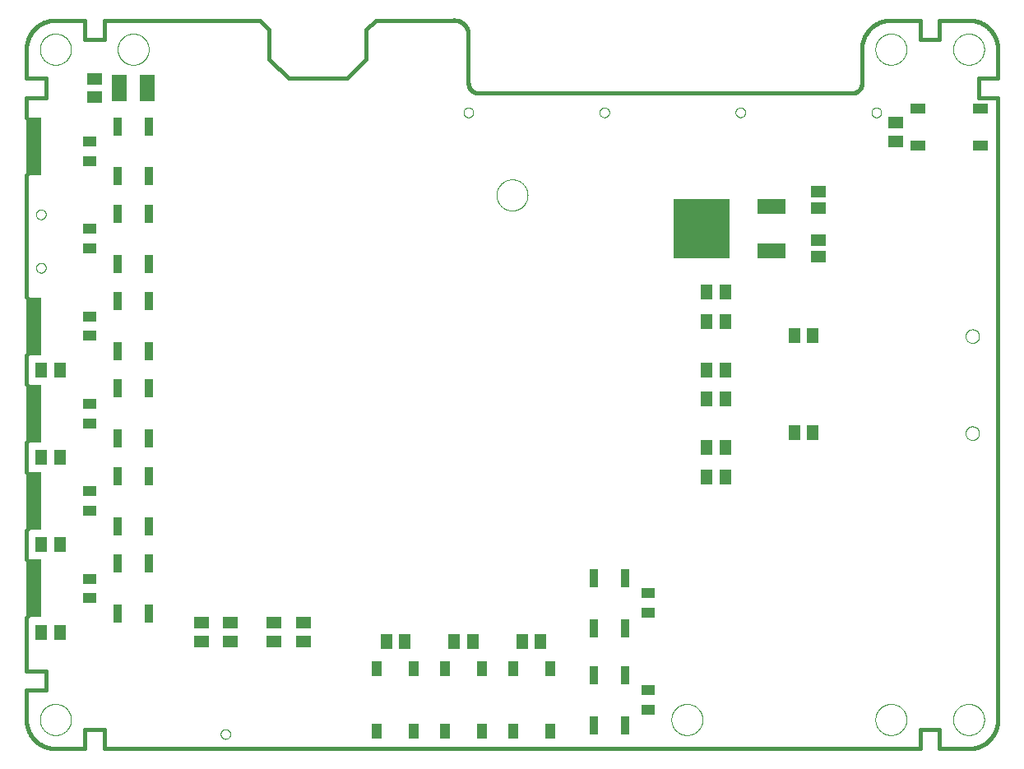
<source format=gtp>
G75*
%MOIN*%
%OFA0B0*%
%FSLAX25Y25*%
%IPPOS*%
%LPD*%
%AMOC8*
5,1,8,0,0,1.08239X$1,22.5*
%
%ADD10C,0.00000*%
%ADD11C,0.01600*%
%ADD12R,0.11811X0.06299*%
%ADD13R,0.22835X0.24409*%
%ADD14R,0.05906X0.05118*%
%ADD15R,0.03800X0.07600*%
%ADD16R,0.05906X0.23622*%
%ADD17R,0.05118X0.06299*%
%ADD18R,0.06299X0.05118*%
%ADD19R,0.06299X0.10630*%
%ADD20R,0.03937X0.06299*%
%ADD21R,0.05512X0.04331*%
%ADD22R,0.06299X0.03937*%
D10*
X0051847Y0030793D02*
X0051849Y0030951D01*
X0051855Y0031109D01*
X0051865Y0031267D01*
X0051879Y0031425D01*
X0051897Y0031582D01*
X0051918Y0031739D01*
X0051944Y0031895D01*
X0051974Y0032051D01*
X0052007Y0032206D01*
X0052045Y0032359D01*
X0052086Y0032512D01*
X0052131Y0032664D01*
X0052180Y0032815D01*
X0052233Y0032964D01*
X0052289Y0033112D01*
X0052349Y0033258D01*
X0052413Y0033403D01*
X0052481Y0033546D01*
X0052552Y0033688D01*
X0052626Y0033828D01*
X0052704Y0033965D01*
X0052786Y0034101D01*
X0052870Y0034235D01*
X0052959Y0034366D01*
X0053050Y0034495D01*
X0053145Y0034622D01*
X0053242Y0034747D01*
X0053343Y0034869D01*
X0053447Y0034988D01*
X0053554Y0035105D01*
X0053664Y0035219D01*
X0053777Y0035330D01*
X0053892Y0035439D01*
X0054010Y0035544D01*
X0054131Y0035646D01*
X0054254Y0035746D01*
X0054380Y0035842D01*
X0054508Y0035935D01*
X0054638Y0036025D01*
X0054771Y0036111D01*
X0054906Y0036195D01*
X0055042Y0036274D01*
X0055181Y0036351D01*
X0055322Y0036423D01*
X0055464Y0036493D01*
X0055608Y0036558D01*
X0055754Y0036620D01*
X0055901Y0036678D01*
X0056050Y0036733D01*
X0056200Y0036784D01*
X0056351Y0036831D01*
X0056503Y0036874D01*
X0056656Y0036913D01*
X0056811Y0036949D01*
X0056966Y0036980D01*
X0057122Y0037008D01*
X0057278Y0037032D01*
X0057435Y0037052D01*
X0057593Y0037068D01*
X0057750Y0037080D01*
X0057909Y0037088D01*
X0058067Y0037092D01*
X0058225Y0037092D01*
X0058383Y0037088D01*
X0058542Y0037080D01*
X0058699Y0037068D01*
X0058857Y0037052D01*
X0059014Y0037032D01*
X0059170Y0037008D01*
X0059326Y0036980D01*
X0059481Y0036949D01*
X0059636Y0036913D01*
X0059789Y0036874D01*
X0059941Y0036831D01*
X0060092Y0036784D01*
X0060242Y0036733D01*
X0060391Y0036678D01*
X0060538Y0036620D01*
X0060684Y0036558D01*
X0060828Y0036493D01*
X0060970Y0036423D01*
X0061111Y0036351D01*
X0061250Y0036274D01*
X0061386Y0036195D01*
X0061521Y0036111D01*
X0061654Y0036025D01*
X0061784Y0035935D01*
X0061912Y0035842D01*
X0062038Y0035746D01*
X0062161Y0035646D01*
X0062282Y0035544D01*
X0062400Y0035439D01*
X0062515Y0035330D01*
X0062628Y0035219D01*
X0062738Y0035105D01*
X0062845Y0034988D01*
X0062949Y0034869D01*
X0063050Y0034747D01*
X0063147Y0034622D01*
X0063242Y0034495D01*
X0063333Y0034366D01*
X0063422Y0034235D01*
X0063506Y0034101D01*
X0063588Y0033965D01*
X0063666Y0033828D01*
X0063740Y0033688D01*
X0063811Y0033546D01*
X0063879Y0033403D01*
X0063943Y0033258D01*
X0064003Y0033112D01*
X0064059Y0032964D01*
X0064112Y0032815D01*
X0064161Y0032664D01*
X0064206Y0032512D01*
X0064247Y0032359D01*
X0064285Y0032206D01*
X0064318Y0032051D01*
X0064348Y0031895D01*
X0064374Y0031739D01*
X0064395Y0031582D01*
X0064413Y0031425D01*
X0064427Y0031267D01*
X0064437Y0031109D01*
X0064443Y0030951D01*
X0064445Y0030793D01*
X0064443Y0030635D01*
X0064437Y0030477D01*
X0064427Y0030319D01*
X0064413Y0030161D01*
X0064395Y0030004D01*
X0064374Y0029847D01*
X0064348Y0029691D01*
X0064318Y0029535D01*
X0064285Y0029380D01*
X0064247Y0029227D01*
X0064206Y0029074D01*
X0064161Y0028922D01*
X0064112Y0028771D01*
X0064059Y0028622D01*
X0064003Y0028474D01*
X0063943Y0028328D01*
X0063879Y0028183D01*
X0063811Y0028040D01*
X0063740Y0027898D01*
X0063666Y0027758D01*
X0063588Y0027621D01*
X0063506Y0027485D01*
X0063422Y0027351D01*
X0063333Y0027220D01*
X0063242Y0027091D01*
X0063147Y0026964D01*
X0063050Y0026839D01*
X0062949Y0026717D01*
X0062845Y0026598D01*
X0062738Y0026481D01*
X0062628Y0026367D01*
X0062515Y0026256D01*
X0062400Y0026147D01*
X0062282Y0026042D01*
X0062161Y0025940D01*
X0062038Y0025840D01*
X0061912Y0025744D01*
X0061784Y0025651D01*
X0061654Y0025561D01*
X0061521Y0025475D01*
X0061386Y0025391D01*
X0061250Y0025312D01*
X0061111Y0025235D01*
X0060970Y0025163D01*
X0060828Y0025093D01*
X0060684Y0025028D01*
X0060538Y0024966D01*
X0060391Y0024908D01*
X0060242Y0024853D01*
X0060092Y0024802D01*
X0059941Y0024755D01*
X0059789Y0024712D01*
X0059636Y0024673D01*
X0059481Y0024637D01*
X0059326Y0024606D01*
X0059170Y0024578D01*
X0059014Y0024554D01*
X0058857Y0024534D01*
X0058699Y0024518D01*
X0058542Y0024506D01*
X0058383Y0024498D01*
X0058225Y0024494D01*
X0058067Y0024494D01*
X0057909Y0024498D01*
X0057750Y0024506D01*
X0057593Y0024518D01*
X0057435Y0024534D01*
X0057278Y0024554D01*
X0057122Y0024578D01*
X0056966Y0024606D01*
X0056811Y0024637D01*
X0056656Y0024673D01*
X0056503Y0024712D01*
X0056351Y0024755D01*
X0056200Y0024802D01*
X0056050Y0024853D01*
X0055901Y0024908D01*
X0055754Y0024966D01*
X0055608Y0025028D01*
X0055464Y0025093D01*
X0055322Y0025163D01*
X0055181Y0025235D01*
X0055042Y0025312D01*
X0054906Y0025391D01*
X0054771Y0025475D01*
X0054638Y0025561D01*
X0054508Y0025651D01*
X0054380Y0025744D01*
X0054254Y0025840D01*
X0054131Y0025940D01*
X0054010Y0026042D01*
X0053892Y0026147D01*
X0053777Y0026256D01*
X0053664Y0026367D01*
X0053554Y0026481D01*
X0053447Y0026598D01*
X0053343Y0026717D01*
X0053242Y0026839D01*
X0053145Y0026964D01*
X0053050Y0027091D01*
X0052959Y0027220D01*
X0052870Y0027351D01*
X0052786Y0027485D01*
X0052704Y0027621D01*
X0052626Y0027758D01*
X0052552Y0027898D01*
X0052481Y0028040D01*
X0052413Y0028183D01*
X0052349Y0028328D01*
X0052289Y0028474D01*
X0052233Y0028622D01*
X0052180Y0028771D01*
X0052131Y0028922D01*
X0052086Y0029074D01*
X0052045Y0029227D01*
X0052007Y0029380D01*
X0051974Y0029535D01*
X0051944Y0029691D01*
X0051918Y0029847D01*
X0051897Y0030004D01*
X0051879Y0030161D01*
X0051865Y0030319D01*
X0051855Y0030477D01*
X0051849Y0030635D01*
X0051847Y0030793D01*
X0125074Y0024887D02*
X0125076Y0024975D01*
X0125082Y0025063D01*
X0125092Y0025151D01*
X0125106Y0025239D01*
X0125123Y0025325D01*
X0125145Y0025411D01*
X0125170Y0025495D01*
X0125200Y0025579D01*
X0125232Y0025661D01*
X0125269Y0025741D01*
X0125309Y0025820D01*
X0125353Y0025897D01*
X0125400Y0025972D01*
X0125450Y0026044D01*
X0125504Y0026115D01*
X0125560Y0026182D01*
X0125620Y0026248D01*
X0125682Y0026310D01*
X0125748Y0026370D01*
X0125815Y0026426D01*
X0125886Y0026480D01*
X0125958Y0026530D01*
X0126033Y0026577D01*
X0126110Y0026621D01*
X0126189Y0026661D01*
X0126269Y0026698D01*
X0126351Y0026730D01*
X0126435Y0026760D01*
X0126519Y0026785D01*
X0126605Y0026807D01*
X0126691Y0026824D01*
X0126779Y0026838D01*
X0126867Y0026848D01*
X0126955Y0026854D01*
X0127043Y0026856D01*
X0127131Y0026854D01*
X0127219Y0026848D01*
X0127307Y0026838D01*
X0127395Y0026824D01*
X0127481Y0026807D01*
X0127567Y0026785D01*
X0127651Y0026760D01*
X0127735Y0026730D01*
X0127817Y0026698D01*
X0127897Y0026661D01*
X0127976Y0026621D01*
X0128053Y0026577D01*
X0128128Y0026530D01*
X0128200Y0026480D01*
X0128271Y0026426D01*
X0128338Y0026370D01*
X0128404Y0026310D01*
X0128466Y0026248D01*
X0128526Y0026182D01*
X0128582Y0026115D01*
X0128636Y0026044D01*
X0128686Y0025972D01*
X0128733Y0025897D01*
X0128777Y0025820D01*
X0128817Y0025741D01*
X0128854Y0025661D01*
X0128886Y0025579D01*
X0128916Y0025495D01*
X0128941Y0025411D01*
X0128963Y0025325D01*
X0128980Y0025239D01*
X0128994Y0025151D01*
X0129004Y0025063D01*
X0129010Y0024975D01*
X0129012Y0024887D01*
X0129010Y0024799D01*
X0129004Y0024711D01*
X0128994Y0024623D01*
X0128980Y0024535D01*
X0128963Y0024449D01*
X0128941Y0024363D01*
X0128916Y0024279D01*
X0128886Y0024195D01*
X0128854Y0024113D01*
X0128817Y0024033D01*
X0128777Y0023954D01*
X0128733Y0023877D01*
X0128686Y0023802D01*
X0128636Y0023730D01*
X0128582Y0023659D01*
X0128526Y0023592D01*
X0128466Y0023526D01*
X0128404Y0023464D01*
X0128338Y0023404D01*
X0128271Y0023348D01*
X0128200Y0023294D01*
X0128128Y0023244D01*
X0128053Y0023197D01*
X0127976Y0023153D01*
X0127897Y0023113D01*
X0127817Y0023076D01*
X0127735Y0023044D01*
X0127651Y0023014D01*
X0127567Y0022989D01*
X0127481Y0022967D01*
X0127395Y0022950D01*
X0127307Y0022936D01*
X0127219Y0022926D01*
X0127131Y0022920D01*
X0127043Y0022918D01*
X0126955Y0022920D01*
X0126867Y0022926D01*
X0126779Y0022936D01*
X0126691Y0022950D01*
X0126605Y0022967D01*
X0126519Y0022989D01*
X0126435Y0023014D01*
X0126351Y0023044D01*
X0126269Y0023076D01*
X0126189Y0023113D01*
X0126110Y0023153D01*
X0126033Y0023197D01*
X0125958Y0023244D01*
X0125886Y0023294D01*
X0125815Y0023348D01*
X0125748Y0023404D01*
X0125682Y0023464D01*
X0125620Y0023526D01*
X0125560Y0023592D01*
X0125504Y0023659D01*
X0125450Y0023730D01*
X0125400Y0023802D01*
X0125353Y0023877D01*
X0125309Y0023954D01*
X0125269Y0024033D01*
X0125232Y0024113D01*
X0125200Y0024195D01*
X0125170Y0024279D01*
X0125145Y0024363D01*
X0125123Y0024449D01*
X0125106Y0024535D01*
X0125092Y0024623D01*
X0125082Y0024711D01*
X0125076Y0024799D01*
X0125074Y0024887D01*
X0125076Y0024975D01*
X0125082Y0025063D01*
X0125092Y0025151D01*
X0125106Y0025239D01*
X0125123Y0025325D01*
X0125145Y0025411D01*
X0125170Y0025495D01*
X0125200Y0025579D01*
X0125232Y0025661D01*
X0125269Y0025741D01*
X0125309Y0025820D01*
X0125353Y0025897D01*
X0125400Y0025972D01*
X0125450Y0026044D01*
X0125504Y0026115D01*
X0125560Y0026182D01*
X0125620Y0026248D01*
X0125682Y0026310D01*
X0125748Y0026370D01*
X0125815Y0026426D01*
X0125886Y0026480D01*
X0125958Y0026530D01*
X0126033Y0026577D01*
X0126110Y0026621D01*
X0126189Y0026661D01*
X0126269Y0026698D01*
X0126351Y0026730D01*
X0126435Y0026760D01*
X0126519Y0026785D01*
X0126605Y0026807D01*
X0126691Y0026824D01*
X0126779Y0026838D01*
X0126867Y0026848D01*
X0126955Y0026854D01*
X0127043Y0026856D01*
X0127131Y0026854D01*
X0127219Y0026848D01*
X0127307Y0026838D01*
X0127395Y0026824D01*
X0127481Y0026807D01*
X0127567Y0026785D01*
X0127651Y0026760D01*
X0127735Y0026730D01*
X0127817Y0026698D01*
X0127897Y0026661D01*
X0127976Y0026621D01*
X0128053Y0026577D01*
X0128128Y0026530D01*
X0128200Y0026480D01*
X0128271Y0026426D01*
X0128338Y0026370D01*
X0128404Y0026310D01*
X0128466Y0026248D01*
X0128526Y0026182D01*
X0128582Y0026115D01*
X0128636Y0026044D01*
X0128686Y0025972D01*
X0128733Y0025897D01*
X0128777Y0025820D01*
X0128817Y0025741D01*
X0128854Y0025661D01*
X0128886Y0025579D01*
X0128916Y0025495D01*
X0128941Y0025411D01*
X0128963Y0025325D01*
X0128980Y0025239D01*
X0128994Y0025151D01*
X0129004Y0025063D01*
X0129010Y0024975D01*
X0129012Y0024887D01*
X0129010Y0024799D01*
X0129004Y0024711D01*
X0128994Y0024623D01*
X0128980Y0024535D01*
X0128963Y0024449D01*
X0128941Y0024363D01*
X0128916Y0024279D01*
X0128886Y0024195D01*
X0128854Y0024113D01*
X0128817Y0024033D01*
X0128777Y0023954D01*
X0128733Y0023877D01*
X0128686Y0023802D01*
X0128636Y0023730D01*
X0128582Y0023659D01*
X0128526Y0023592D01*
X0128466Y0023526D01*
X0128404Y0023464D01*
X0128338Y0023404D01*
X0128271Y0023348D01*
X0128200Y0023294D01*
X0128128Y0023244D01*
X0128053Y0023197D01*
X0127976Y0023153D01*
X0127897Y0023113D01*
X0127817Y0023076D01*
X0127735Y0023044D01*
X0127651Y0023014D01*
X0127567Y0022989D01*
X0127481Y0022967D01*
X0127395Y0022950D01*
X0127307Y0022936D01*
X0127219Y0022926D01*
X0127131Y0022920D01*
X0127043Y0022918D01*
X0126955Y0022920D01*
X0126867Y0022926D01*
X0126779Y0022936D01*
X0126691Y0022950D01*
X0126605Y0022967D01*
X0126519Y0022989D01*
X0126435Y0023014D01*
X0126351Y0023044D01*
X0126269Y0023076D01*
X0126189Y0023113D01*
X0126110Y0023153D01*
X0126033Y0023197D01*
X0125958Y0023244D01*
X0125886Y0023294D01*
X0125815Y0023348D01*
X0125748Y0023404D01*
X0125682Y0023464D01*
X0125620Y0023526D01*
X0125560Y0023592D01*
X0125504Y0023659D01*
X0125450Y0023730D01*
X0125400Y0023802D01*
X0125353Y0023877D01*
X0125309Y0023954D01*
X0125269Y0024033D01*
X0125232Y0024113D01*
X0125200Y0024195D01*
X0125170Y0024279D01*
X0125145Y0024363D01*
X0125123Y0024449D01*
X0125106Y0024535D01*
X0125092Y0024623D01*
X0125082Y0024711D01*
X0125076Y0024799D01*
X0125074Y0024887D01*
X0307752Y0030793D02*
X0307754Y0030951D01*
X0307760Y0031109D01*
X0307770Y0031267D01*
X0307784Y0031425D01*
X0307802Y0031582D01*
X0307823Y0031739D01*
X0307849Y0031895D01*
X0307879Y0032051D01*
X0307912Y0032206D01*
X0307950Y0032359D01*
X0307991Y0032512D01*
X0308036Y0032664D01*
X0308085Y0032815D01*
X0308138Y0032964D01*
X0308194Y0033112D01*
X0308254Y0033258D01*
X0308318Y0033403D01*
X0308386Y0033546D01*
X0308457Y0033688D01*
X0308531Y0033828D01*
X0308609Y0033965D01*
X0308691Y0034101D01*
X0308775Y0034235D01*
X0308864Y0034366D01*
X0308955Y0034495D01*
X0309050Y0034622D01*
X0309147Y0034747D01*
X0309248Y0034869D01*
X0309352Y0034988D01*
X0309459Y0035105D01*
X0309569Y0035219D01*
X0309682Y0035330D01*
X0309797Y0035439D01*
X0309915Y0035544D01*
X0310036Y0035646D01*
X0310159Y0035746D01*
X0310285Y0035842D01*
X0310413Y0035935D01*
X0310543Y0036025D01*
X0310676Y0036111D01*
X0310811Y0036195D01*
X0310947Y0036274D01*
X0311086Y0036351D01*
X0311227Y0036423D01*
X0311369Y0036493D01*
X0311513Y0036558D01*
X0311659Y0036620D01*
X0311806Y0036678D01*
X0311955Y0036733D01*
X0312105Y0036784D01*
X0312256Y0036831D01*
X0312408Y0036874D01*
X0312561Y0036913D01*
X0312716Y0036949D01*
X0312871Y0036980D01*
X0313027Y0037008D01*
X0313183Y0037032D01*
X0313340Y0037052D01*
X0313498Y0037068D01*
X0313655Y0037080D01*
X0313814Y0037088D01*
X0313972Y0037092D01*
X0314130Y0037092D01*
X0314288Y0037088D01*
X0314447Y0037080D01*
X0314604Y0037068D01*
X0314762Y0037052D01*
X0314919Y0037032D01*
X0315075Y0037008D01*
X0315231Y0036980D01*
X0315386Y0036949D01*
X0315541Y0036913D01*
X0315694Y0036874D01*
X0315846Y0036831D01*
X0315997Y0036784D01*
X0316147Y0036733D01*
X0316296Y0036678D01*
X0316443Y0036620D01*
X0316589Y0036558D01*
X0316733Y0036493D01*
X0316875Y0036423D01*
X0317016Y0036351D01*
X0317155Y0036274D01*
X0317291Y0036195D01*
X0317426Y0036111D01*
X0317559Y0036025D01*
X0317689Y0035935D01*
X0317817Y0035842D01*
X0317943Y0035746D01*
X0318066Y0035646D01*
X0318187Y0035544D01*
X0318305Y0035439D01*
X0318420Y0035330D01*
X0318533Y0035219D01*
X0318643Y0035105D01*
X0318750Y0034988D01*
X0318854Y0034869D01*
X0318955Y0034747D01*
X0319052Y0034622D01*
X0319147Y0034495D01*
X0319238Y0034366D01*
X0319327Y0034235D01*
X0319411Y0034101D01*
X0319493Y0033965D01*
X0319571Y0033828D01*
X0319645Y0033688D01*
X0319716Y0033546D01*
X0319784Y0033403D01*
X0319848Y0033258D01*
X0319908Y0033112D01*
X0319964Y0032964D01*
X0320017Y0032815D01*
X0320066Y0032664D01*
X0320111Y0032512D01*
X0320152Y0032359D01*
X0320190Y0032206D01*
X0320223Y0032051D01*
X0320253Y0031895D01*
X0320279Y0031739D01*
X0320300Y0031582D01*
X0320318Y0031425D01*
X0320332Y0031267D01*
X0320342Y0031109D01*
X0320348Y0030951D01*
X0320350Y0030793D01*
X0320348Y0030635D01*
X0320342Y0030477D01*
X0320332Y0030319D01*
X0320318Y0030161D01*
X0320300Y0030004D01*
X0320279Y0029847D01*
X0320253Y0029691D01*
X0320223Y0029535D01*
X0320190Y0029380D01*
X0320152Y0029227D01*
X0320111Y0029074D01*
X0320066Y0028922D01*
X0320017Y0028771D01*
X0319964Y0028622D01*
X0319908Y0028474D01*
X0319848Y0028328D01*
X0319784Y0028183D01*
X0319716Y0028040D01*
X0319645Y0027898D01*
X0319571Y0027758D01*
X0319493Y0027621D01*
X0319411Y0027485D01*
X0319327Y0027351D01*
X0319238Y0027220D01*
X0319147Y0027091D01*
X0319052Y0026964D01*
X0318955Y0026839D01*
X0318854Y0026717D01*
X0318750Y0026598D01*
X0318643Y0026481D01*
X0318533Y0026367D01*
X0318420Y0026256D01*
X0318305Y0026147D01*
X0318187Y0026042D01*
X0318066Y0025940D01*
X0317943Y0025840D01*
X0317817Y0025744D01*
X0317689Y0025651D01*
X0317559Y0025561D01*
X0317426Y0025475D01*
X0317291Y0025391D01*
X0317155Y0025312D01*
X0317016Y0025235D01*
X0316875Y0025163D01*
X0316733Y0025093D01*
X0316589Y0025028D01*
X0316443Y0024966D01*
X0316296Y0024908D01*
X0316147Y0024853D01*
X0315997Y0024802D01*
X0315846Y0024755D01*
X0315694Y0024712D01*
X0315541Y0024673D01*
X0315386Y0024637D01*
X0315231Y0024606D01*
X0315075Y0024578D01*
X0314919Y0024554D01*
X0314762Y0024534D01*
X0314604Y0024518D01*
X0314447Y0024506D01*
X0314288Y0024498D01*
X0314130Y0024494D01*
X0313972Y0024494D01*
X0313814Y0024498D01*
X0313655Y0024506D01*
X0313498Y0024518D01*
X0313340Y0024534D01*
X0313183Y0024554D01*
X0313027Y0024578D01*
X0312871Y0024606D01*
X0312716Y0024637D01*
X0312561Y0024673D01*
X0312408Y0024712D01*
X0312256Y0024755D01*
X0312105Y0024802D01*
X0311955Y0024853D01*
X0311806Y0024908D01*
X0311659Y0024966D01*
X0311513Y0025028D01*
X0311369Y0025093D01*
X0311227Y0025163D01*
X0311086Y0025235D01*
X0310947Y0025312D01*
X0310811Y0025391D01*
X0310676Y0025475D01*
X0310543Y0025561D01*
X0310413Y0025651D01*
X0310285Y0025744D01*
X0310159Y0025840D01*
X0310036Y0025940D01*
X0309915Y0026042D01*
X0309797Y0026147D01*
X0309682Y0026256D01*
X0309569Y0026367D01*
X0309459Y0026481D01*
X0309352Y0026598D01*
X0309248Y0026717D01*
X0309147Y0026839D01*
X0309050Y0026964D01*
X0308955Y0027091D01*
X0308864Y0027220D01*
X0308775Y0027351D01*
X0308691Y0027485D01*
X0308609Y0027621D01*
X0308531Y0027758D01*
X0308457Y0027898D01*
X0308386Y0028040D01*
X0308318Y0028183D01*
X0308254Y0028328D01*
X0308194Y0028474D01*
X0308138Y0028622D01*
X0308085Y0028771D01*
X0308036Y0028922D01*
X0307991Y0029074D01*
X0307950Y0029227D01*
X0307912Y0029380D01*
X0307879Y0029535D01*
X0307849Y0029691D01*
X0307823Y0029847D01*
X0307802Y0030004D01*
X0307784Y0030161D01*
X0307770Y0030319D01*
X0307760Y0030477D01*
X0307754Y0030635D01*
X0307752Y0030793D01*
X0390429Y0030793D02*
X0390431Y0030951D01*
X0390437Y0031109D01*
X0390447Y0031267D01*
X0390461Y0031425D01*
X0390479Y0031582D01*
X0390500Y0031739D01*
X0390526Y0031895D01*
X0390556Y0032051D01*
X0390589Y0032206D01*
X0390627Y0032359D01*
X0390668Y0032512D01*
X0390713Y0032664D01*
X0390762Y0032815D01*
X0390815Y0032964D01*
X0390871Y0033112D01*
X0390931Y0033258D01*
X0390995Y0033403D01*
X0391063Y0033546D01*
X0391134Y0033688D01*
X0391208Y0033828D01*
X0391286Y0033965D01*
X0391368Y0034101D01*
X0391452Y0034235D01*
X0391541Y0034366D01*
X0391632Y0034495D01*
X0391727Y0034622D01*
X0391824Y0034747D01*
X0391925Y0034869D01*
X0392029Y0034988D01*
X0392136Y0035105D01*
X0392246Y0035219D01*
X0392359Y0035330D01*
X0392474Y0035439D01*
X0392592Y0035544D01*
X0392713Y0035646D01*
X0392836Y0035746D01*
X0392962Y0035842D01*
X0393090Y0035935D01*
X0393220Y0036025D01*
X0393353Y0036111D01*
X0393488Y0036195D01*
X0393624Y0036274D01*
X0393763Y0036351D01*
X0393904Y0036423D01*
X0394046Y0036493D01*
X0394190Y0036558D01*
X0394336Y0036620D01*
X0394483Y0036678D01*
X0394632Y0036733D01*
X0394782Y0036784D01*
X0394933Y0036831D01*
X0395085Y0036874D01*
X0395238Y0036913D01*
X0395393Y0036949D01*
X0395548Y0036980D01*
X0395704Y0037008D01*
X0395860Y0037032D01*
X0396017Y0037052D01*
X0396175Y0037068D01*
X0396332Y0037080D01*
X0396491Y0037088D01*
X0396649Y0037092D01*
X0396807Y0037092D01*
X0396965Y0037088D01*
X0397124Y0037080D01*
X0397281Y0037068D01*
X0397439Y0037052D01*
X0397596Y0037032D01*
X0397752Y0037008D01*
X0397908Y0036980D01*
X0398063Y0036949D01*
X0398218Y0036913D01*
X0398371Y0036874D01*
X0398523Y0036831D01*
X0398674Y0036784D01*
X0398824Y0036733D01*
X0398973Y0036678D01*
X0399120Y0036620D01*
X0399266Y0036558D01*
X0399410Y0036493D01*
X0399552Y0036423D01*
X0399693Y0036351D01*
X0399832Y0036274D01*
X0399968Y0036195D01*
X0400103Y0036111D01*
X0400236Y0036025D01*
X0400366Y0035935D01*
X0400494Y0035842D01*
X0400620Y0035746D01*
X0400743Y0035646D01*
X0400864Y0035544D01*
X0400982Y0035439D01*
X0401097Y0035330D01*
X0401210Y0035219D01*
X0401320Y0035105D01*
X0401427Y0034988D01*
X0401531Y0034869D01*
X0401632Y0034747D01*
X0401729Y0034622D01*
X0401824Y0034495D01*
X0401915Y0034366D01*
X0402004Y0034235D01*
X0402088Y0034101D01*
X0402170Y0033965D01*
X0402248Y0033828D01*
X0402322Y0033688D01*
X0402393Y0033546D01*
X0402461Y0033403D01*
X0402525Y0033258D01*
X0402585Y0033112D01*
X0402641Y0032964D01*
X0402694Y0032815D01*
X0402743Y0032664D01*
X0402788Y0032512D01*
X0402829Y0032359D01*
X0402867Y0032206D01*
X0402900Y0032051D01*
X0402930Y0031895D01*
X0402956Y0031739D01*
X0402977Y0031582D01*
X0402995Y0031425D01*
X0403009Y0031267D01*
X0403019Y0031109D01*
X0403025Y0030951D01*
X0403027Y0030793D01*
X0403025Y0030635D01*
X0403019Y0030477D01*
X0403009Y0030319D01*
X0402995Y0030161D01*
X0402977Y0030004D01*
X0402956Y0029847D01*
X0402930Y0029691D01*
X0402900Y0029535D01*
X0402867Y0029380D01*
X0402829Y0029227D01*
X0402788Y0029074D01*
X0402743Y0028922D01*
X0402694Y0028771D01*
X0402641Y0028622D01*
X0402585Y0028474D01*
X0402525Y0028328D01*
X0402461Y0028183D01*
X0402393Y0028040D01*
X0402322Y0027898D01*
X0402248Y0027758D01*
X0402170Y0027621D01*
X0402088Y0027485D01*
X0402004Y0027351D01*
X0401915Y0027220D01*
X0401824Y0027091D01*
X0401729Y0026964D01*
X0401632Y0026839D01*
X0401531Y0026717D01*
X0401427Y0026598D01*
X0401320Y0026481D01*
X0401210Y0026367D01*
X0401097Y0026256D01*
X0400982Y0026147D01*
X0400864Y0026042D01*
X0400743Y0025940D01*
X0400620Y0025840D01*
X0400494Y0025744D01*
X0400366Y0025651D01*
X0400236Y0025561D01*
X0400103Y0025475D01*
X0399968Y0025391D01*
X0399832Y0025312D01*
X0399693Y0025235D01*
X0399552Y0025163D01*
X0399410Y0025093D01*
X0399266Y0025028D01*
X0399120Y0024966D01*
X0398973Y0024908D01*
X0398824Y0024853D01*
X0398674Y0024802D01*
X0398523Y0024755D01*
X0398371Y0024712D01*
X0398218Y0024673D01*
X0398063Y0024637D01*
X0397908Y0024606D01*
X0397752Y0024578D01*
X0397596Y0024554D01*
X0397439Y0024534D01*
X0397281Y0024518D01*
X0397124Y0024506D01*
X0396965Y0024498D01*
X0396807Y0024494D01*
X0396649Y0024494D01*
X0396491Y0024498D01*
X0396332Y0024506D01*
X0396175Y0024518D01*
X0396017Y0024534D01*
X0395860Y0024554D01*
X0395704Y0024578D01*
X0395548Y0024606D01*
X0395393Y0024637D01*
X0395238Y0024673D01*
X0395085Y0024712D01*
X0394933Y0024755D01*
X0394782Y0024802D01*
X0394632Y0024853D01*
X0394483Y0024908D01*
X0394336Y0024966D01*
X0394190Y0025028D01*
X0394046Y0025093D01*
X0393904Y0025163D01*
X0393763Y0025235D01*
X0393624Y0025312D01*
X0393488Y0025391D01*
X0393353Y0025475D01*
X0393220Y0025561D01*
X0393090Y0025651D01*
X0392962Y0025744D01*
X0392836Y0025840D01*
X0392713Y0025940D01*
X0392592Y0026042D01*
X0392474Y0026147D01*
X0392359Y0026256D01*
X0392246Y0026367D01*
X0392136Y0026481D01*
X0392029Y0026598D01*
X0391925Y0026717D01*
X0391824Y0026839D01*
X0391727Y0026964D01*
X0391632Y0027091D01*
X0391541Y0027220D01*
X0391452Y0027351D01*
X0391368Y0027485D01*
X0391286Y0027621D01*
X0391208Y0027758D01*
X0391134Y0027898D01*
X0391063Y0028040D01*
X0390995Y0028183D01*
X0390931Y0028328D01*
X0390871Y0028474D01*
X0390815Y0028622D01*
X0390762Y0028771D01*
X0390713Y0028922D01*
X0390668Y0029074D01*
X0390627Y0029227D01*
X0390589Y0029380D01*
X0390556Y0029535D01*
X0390526Y0029691D01*
X0390500Y0029847D01*
X0390479Y0030004D01*
X0390461Y0030161D01*
X0390447Y0030319D01*
X0390437Y0030477D01*
X0390431Y0030635D01*
X0390429Y0030793D01*
X0421925Y0030793D02*
X0421927Y0030951D01*
X0421933Y0031109D01*
X0421943Y0031267D01*
X0421957Y0031425D01*
X0421975Y0031582D01*
X0421996Y0031739D01*
X0422022Y0031895D01*
X0422052Y0032051D01*
X0422085Y0032206D01*
X0422123Y0032359D01*
X0422164Y0032512D01*
X0422209Y0032664D01*
X0422258Y0032815D01*
X0422311Y0032964D01*
X0422367Y0033112D01*
X0422427Y0033258D01*
X0422491Y0033403D01*
X0422559Y0033546D01*
X0422630Y0033688D01*
X0422704Y0033828D01*
X0422782Y0033965D01*
X0422864Y0034101D01*
X0422948Y0034235D01*
X0423037Y0034366D01*
X0423128Y0034495D01*
X0423223Y0034622D01*
X0423320Y0034747D01*
X0423421Y0034869D01*
X0423525Y0034988D01*
X0423632Y0035105D01*
X0423742Y0035219D01*
X0423855Y0035330D01*
X0423970Y0035439D01*
X0424088Y0035544D01*
X0424209Y0035646D01*
X0424332Y0035746D01*
X0424458Y0035842D01*
X0424586Y0035935D01*
X0424716Y0036025D01*
X0424849Y0036111D01*
X0424984Y0036195D01*
X0425120Y0036274D01*
X0425259Y0036351D01*
X0425400Y0036423D01*
X0425542Y0036493D01*
X0425686Y0036558D01*
X0425832Y0036620D01*
X0425979Y0036678D01*
X0426128Y0036733D01*
X0426278Y0036784D01*
X0426429Y0036831D01*
X0426581Y0036874D01*
X0426734Y0036913D01*
X0426889Y0036949D01*
X0427044Y0036980D01*
X0427200Y0037008D01*
X0427356Y0037032D01*
X0427513Y0037052D01*
X0427671Y0037068D01*
X0427828Y0037080D01*
X0427987Y0037088D01*
X0428145Y0037092D01*
X0428303Y0037092D01*
X0428461Y0037088D01*
X0428620Y0037080D01*
X0428777Y0037068D01*
X0428935Y0037052D01*
X0429092Y0037032D01*
X0429248Y0037008D01*
X0429404Y0036980D01*
X0429559Y0036949D01*
X0429714Y0036913D01*
X0429867Y0036874D01*
X0430019Y0036831D01*
X0430170Y0036784D01*
X0430320Y0036733D01*
X0430469Y0036678D01*
X0430616Y0036620D01*
X0430762Y0036558D01*
X0430906Y0036493D01*
X0431048Y0036423D01*
X0431189Y0036351D01*
X0431328Y0036274D01*
X0431464Y0036195D01*
X0431599Y0036111D01*
X0431732Y0036025D01*
X0431862Y0035935D01*
X0431990Y0035842D01*
X0432116Y0035746D01*
X0432239Y0035646D01*
X0432360Y0035544D01*
X0432478Y0035439D01*
X0432593Y0035330D01*
X0432706Y0035219D01*
X0432816Y0035105D01*
X0432923Y0034988D01*
X0433027Y0034869D01*
X0433128Y0034747D01*
X0433225Y0034622D01*
X0433320Y0034495D01*
X0433411Y0034366D01*
X0433500Y0034235D01*
X0433584Y0034101D01*
X0433666Y0033965D01*
X0433744Y0033828D01*
X0433818Y0033688D01*
X0433889Y0033546D01*
X0433957Y0033403D01*
X0434021Y0033258D01*
X0434081Y0033112D01*
X0434137Y0032964D01*
X0434190Y0032815D01*
X0434239Y0032664D01*
X0434284Y0032512D01*
X0434325Y0032359D01*
X0434363Y0032206D01*
X0434396Y0032051D01*
X0434426Y0031895D01*
X0434452Y0031739D01*
X0434473Y0031582D01*
X0434491Y0031425D01*
X0434505Y0031267D01*
X0434515Y0031109D01*
X0434521Y0030951D01*
X0434523Y0030793D01*
X0434521Y0030635D01*
X0434515Y0030477D01*
X0434505Y0030319D01*
X0434491Y0030161D01*
X0434473Y0030004D01*
X0434452Y0029847D01*
X0434426Y0029691D01*
X0434396Y0029535D01*
X0434363Y0029380D01*
X0434325Y0029227D01*
X0434284Y0029074D01*
X0434239Y0028922D01*
X0434190Y0028771D01*
X0434137Y0028622D01*
X0434081Y0028474D01*
X0434021Y0028328D01*
X0433957Y0028183D01*
X0433889Y0028040D01*
X0433818Y0027898D01*
X0433744Y0027758D01*
X0433666Y0027621D01*
X0433584Y0027485D01*
X0433500Y0027351D01*
X0433411Y0027220D01*
X0433320Y0027091D01*
X0433225Y0026964D01*
X0433128Y0026839D01*
X0433027Y0026717D01*
X0432923Y0026598D01*
X0432816Y0026481D01*
X0432706Y0026367D01*
X0432593Y0026256D01*
X0432478Y0026147D01*
X0432360Y0026042D01*
X0432239Y0025940D01*
X0432116Y0025840D01*
X0431990Y0025744D01*
X0431862Y0025651D01*
X0431732Y0025561D01*
X0431599Y0025475D01*
X0431464Y0025391D01*
X0431328Y0025312D01*
X0431189Y0025235D01*
X0431048Y0025163D01*
X0430906Y0025093D01*
X0430762Y0025028D01*
X0430616Y0024966D01*
X0430469Y0024908D01*
X0430320Y0024853D01*
X0430170Y0024802D01*
X0430019Y0024755D01*
X0429867Y0024712D01*
X0429714Y0024673D01*
X0429559Y0024637D01*
X0429404Y0024606D01*
X0429248Y0024578D01*
X0429092Y0024554D01*
X0428935Y0024534D01*
X0428777Y0024518D01*
X0428620Y0024506D01*
X0428461Y0024498D01*
X0428303Y0024494D01*
X0428145Y0024494D01*
X0427987Y0024498D01*
X0427828Y0024506D01*
X0427671Y0024518D01*
X0427513Y0024534D01*
X0427356Y0024554D01*
X0427200Y0024578D01*
X0427044Y0024606D01*
X0426889Y0024637D01*
X0426734Y0024673D01*
X0426581Y0024712D01*
X0426429Y0024755D01*
X0426278Y0024802D01*
X0426128Y0024853D01*
X0425979Y0024908D01*
X0425832Y0024966D01*
X0425686Y0025028D01*
X0425542Y0025093D01*
X0425400Y0025163D01*
X0425259Y0025235D01*
X0425120Y0025312D01*
X0424984Y0025391D01*
X0424849Y0025475D01*
X0424716Y0025561D01*
X0424586Y0025651D01*
X0424458Y0025744D01*
X0424332Y0025840D01*
X0424209Y0025940D01*
X0424088Y0026042D01*
X0423970Y0026147D01*
X0423855Y0026256D01*
X0423742Y0026367D01*
X0423632Y0026481D01*
X0423525Y0026598D01*
X0423421Y0026717D01*
X0423320Y0026839D01*
X0423223Y0026964D01*
X0423128Y0027091D01*
X0423037Y0027220D01*
X0422948Y0027351D01*
X0422864Y0027485D01*
X0422782Y0027621D01*
X0422704Y0027758D01*
X0422630Y0027898D01*
X0422559Y0028040D01*
X0422491Y0028183D01*
X0422427Y0028328D01*
X0422367Y0028474D01*
X0422311Y0028622D01*
X0422258Y0028771D01*
X0422209Y0028922D01*
X0422164Y0029074D01*
X0422123Y0029227D01*
X0422085Y0029380D01*
X0422052Y0029535D01*
X0422022Y0029691D01*
X0421996Y0029847D01*
X0421975Y0030004D01*
X0421957Y0030161D01*
X0421943Y0030319D01*
X0421933Y0030477D01*
X0421927Y0030635D01*
X0421925Y0030793D01*
X0426964Y0146856D02*
X0426966Y0146961D01*
X0426972Y0147066D01*
X0426982Y0147170D01*
X0426996Y0147274D01*
X0427014Y0147378D01*
X0427036Y0147480D01*
X0427061Y0147582D01*
X0427091Y0147683D01*
X0427124Y0147782D01*
X0427161Y0147880D01*
X0427202Y0147977D01*
X0427247Y0148072D01*
X0427295Y0148165D01*
X0427346Y0148257D01*
X0427402Y0148346D01*
X0427460Y0148433D01*
X0427522Y0148518D01*
X0427586Y0148601D01*
X0427654Y0148681D01*
X0427725Y0148758D01*
X0427799Y0148832D01*
X0427876Y0148904D01*
X0427955Y0148973D01*
X0428037Y0149038D01*
X0428121Y0149101D01*
X0428208Y0149160D01*
X0428297Y0149216D01*
X0428388Y0149269D01*
X0428481Y0149318D01*
X0428575Y0149363D01*
X0428671Y0149405D01*
X0428769Y0149443D01*
X0428868Y0149477D01*
X0428969Y0149508D01*
X0429070Y0149534D01*
X0429173Y0149557D01*
X0429276Y0149576D01*
X0429380Y0149591D01*
X0429484Y0149602D01*
X0429589Y0149609D01*
X0429694Y0149612D01*
X0429799Y0149611D01*
X0429904Y0149606D01*
X0430008Y0149597D01*
X0430112Y0149584D01*
X0430216Y0149567D01*
X0430319Y0149546D01*
X0430421Y0149521D01*
X0430522Y0149493D01*
X0430621Y0149460D01*
X0430720Y0149424D01*
X0430817Y0149384D01*
X0430912Y0149341D01*
X0431006Y0149293D01*
X0431098Y0149243D01*
X0431188Y0149189D01*
X0431276Y0149131D01*
X0431361Y0149070D01*
X0431444Y0149006D01*
X0431525Y0148939D01*
X0431603Y0148869D01*
X0431678Y0148795D01*
X0431750Y0148720D01*
X0431820Y0148641D01*
X0431886Y0148560D01*
X0431950Y0148476D01*
X0432010Y0148390D01*
X0432066Y0148302D01*
X0432120Y0148211D01*
X0432170Y0148119D01*
X0432216Y0148025D01*
X0432259Y0147929D01*
X0432298Y0147831D01*
X0432333Y0147733D01*
X0432364Y0147632D01*
X0432392Y0147531D01*
X0432416Y0147429D01*
X0432436Y0147326D01*
X0432452Y0147222D01*
X0432464Y0147118D01*
X0432472Y0147013D01*
X0432476Y0146908D01*
X0432476Y0146804D01*
X0432472Y0146699D01*
X0432464Y0146594D01*
X0432452Y0146490D01*
X0432436Y0146386D01*
X0432416Y0146283D01*
X0432392Y0146181D01*
X0432364Y0146080D01*
X0432333Y0145979D01*
X0432298Y0145881D01*
X0432259Y0145783D01*
X0432216Y0145687D01*
X0432170Y0145593D01*
X0432120Y0145501D01*
X0432066Y0145410D01*
X0432010Y0145322D01*
X0431950Y0145236D01*
X0431886Y0145152D01*
X0431820Y0145071D01*
X0431750Y0144992D01*
X0431678Y0144917D01*
X0431603Y0144843D01*
X0431525Y0144773D01*
X0431444Y0144706D01*
X0431361Y0144642D01*
X0431276Y0144581D01*
X0431188Y0144523D01*
X0431098Y0144469D01*
X0431006Y0144419D01*
X0430912Y0144371D01*
X0430817Y0144328D01*
X0430720Y0144288D01*
X0430621Y0144252D01*
X0430522Y0144219D01*
X0430421Y0144191D01*
X0430319Y0144166D01*
X0430216Y0144145D01*
X0430112Y0144128D01*
X0430008Y0144115D01*
X0429904Y0144106D01*
X0429799Y0144101D01*
X0429694Y0144100D01*
X0429589Y0144103D01*
X0429484Y0144110D01*
X0429380Y0144121D01*
X0429276Y0144136D01*
X0429173Y0144155D01*
X0429070Y0144178D01*
X0428969Y0144204D01*
X0428868Y0144235D01*
X0428769Y0144269D01*
X0428671Y0144307D01*
X0428575Y0144349D01*
X0428481Y0144394D01*
X0428388Y0144443D01*
X0428297Y0144496D01*
X0428208Y0144552D01*
X0428121Y0144611D01*
X0428037Y0144674D01*
X0427955Y0144739D01*
X0427876Y0144808D01*
X0427799Y0144880D01*
X0427725Y0144954D01*
X0427654Y0145031D01*
X0427586Y0145111D01*
X0427522Y0145194D01*
X0427460Y0145279D01*
X0427402Y0145366D01*
X0427346Y0145455D01*
X0427295Y0145547D01*
X0427247Y0145640D01*
X0427202Y0145735D01*
X0427161Y0145832D01*
X0427124Y0145930D01*
X0427091Y0146029D01*
X0427061Y0146130D01*
X0427036Y0146232D01*
X0427014Y0146334D01*
X0426996Y0146438D01*
X0426982Y0146542D01*
X0426972Y0146646D01*
X0426966Y0146751D01*
X0426964Y0146856D01*
X0426964Y0186186D02*
X0426966Y0186291D01*
X0426972Y0186396D01*
X0426982Y0186500D01*
X0426996Y0186604D01*
X0427014Y0186708D01*
X0427036Y0186810D01*
X0427061Y0186912D01*
X0427091Y0187013D01*
X0427124Y0187112D01*
X0427161Y0187210D01*
X0427202Y0187307D01*
X0427247Y0187402D01*
X0427295Y0187495D01*
X0427346Y0187587D01*
X0427402Y0187676D01*
X0427460Y0187763D01*
X0427522Y0187848D01*
X0427586Y0187931D01*
X0427654Y0188011D01*
X0427725Y0188088D01*
X0427799Y0188162D01*
X0427876Y0188234D01*
X0427955Y0188303D01*
X0428037Y0188368D01*
X0428121Y0188431D01*
X0428208Y0188490D01*
X0428297Y0188546D01*
X0428388Y0188599D01*
X0428481Y0188648D01*
X0428575Y0188693D01*
X0428671Y0188735D01*
X0428769Y0188773D01*
X0428868Y0188807D01*
X0428969Y0188838D01*
X0429070Y0188864D01*
X0429173Y0188887D01*
X0429276Y0188906D01*
X0429380Y0188921D01*
X0429484Y0188932D01*
X0429589Y0188939D01*
X0429694Y0188942D01*
X0429799Y0188941D01*
X0429904Y0188936D01*
X0430008Y0188927D01*
X0430112Y0188914D01*
X0430216Y0188897D01*
X0430319Y0188876D01*
X0430421Y0188851D01*
X0430522Y0188823D01*
X0430621Y0188790D01*
X0430720Y0188754D01*
X0430817Y0188714D01*
X0430912Y0188671D01*
X0431006Y0188623D01*
X0431098Y0188573D01*
X0431188Y0188519D01*
X0431276Y0188461D01*
X0431361Y0188400D01*
X0431444Y0188336D01*
X0431525Y0188269D01*
X0431603Y0188199D01*
X0431678Y0188125D01*
X0431750Y0188050D01*
X0431820Y0187971D01*
X0431886Y0187890D01*
X0431950Y0187806D01*
X0432010Y0187720D01*
X0432066Y0187632D01*
X0432120Y0187541D01*
X0432170Y0187449D01*
X0432216Y0187355D01*
X0432259Y0187259D01*
X0432298Y0187161D01*
X0432333Y0187063D01*
X0432364Y0186962D01*
X0432392Y0186861D01*
X0432416Y0186759D01*
X0432436Y0186656D01*
X0432452Y0186552D01*
X0432464Y0186448D01*
X0432472Y0186343D01*
X0432476Y0186238D01*
X0432476Y0186134D01*
X0432472Y0186029D01*
X0432464Y0185924D01*
X0432452Y0185820D01*
X0432436Y0185716D01*
X0432416Y0185613D01*
X0432392Y0185511D01*
X0432364Y0185410D01*
X0432333Y0185309D01*
X0432298Y0185211D01*
X0432259Y0185113D01*
X0432216Y0185017D01*
X0432170Y0184923D01*
X0432120Y0184831D01*
X0432066Y0184740D01*
X0432010Y0184652D01*
X0431950Y0184566D01*
X0431886Y0184482D01*
X0431820Y0184401D01*
X0431750Y0184322D01*
X0431678Y0184247D01*
X0431603Y0184173D01*
X0431525Y0184103D01*
X0431444Y0184036D01*
X0431361Y0183972D01*
X0431276Y0183911D01*
X0431188Y0183853D01*
X0431098Y0183799D01*
X0431006Y0183749D01*
X0430912Y0183701D01*
X0430817Y0183658D01*
X0430720Y0183618D01*
X0430621Y0183582D01*
X0430522Y0183549D01*
X0430421Y0183521D01*
X0430319Y0183496D01*
X0430216Y0183475D01*
X0430112Y0183458D01*
X0430008Y0183445D01*
X0429904Y0183436D01*
X0429799Y0183431D01*
X0429694Y0183430D01*
X0429589Y0183433D01*
X0429484Y0183440D01*
X0429380Y0183451D01*
X0429276Y0183466D01*
X0429173Y0183485D01*
X0429070Y0183508D01*
X0428969Y0183534D01*
X0428868Y0183565D01*
X0428769Y0183599D01*
X0428671Y0183637D01*
X0428575Y0183679D01*
X0428481Y0183724D01*
X0428388Y0183773D01*
X0428297Y0183826D01*
X0428208Y0183882D01*
X0428121Y0183941D01*
X0428037Y0184004D01*
X0427955Y0184069D01*
X0427876Y0184138D01*
X0427799Y0184210D01*
X0427725Y0184284D01*
X0427654Y0184361D01*
X0427586Y0184441D01*
X0427522Y0184524D01*
X0427460Y0184609D01*
X0427402Y0184696D01*
X0427346Y0184785D01*
X0427295Y0184877D01*
X0427247Y0184970D01*
X0427202Y0185065D01*
X0427161Y0185162D01*
X0427124Y0185260D01*
X0427091Y0185359D01*
X0427061Y0185460D01*
X0427036Y0185562D01*
X0427014Y0185664D01*
X0426996Y0185768D01*
X0426982Y0185872D01*
X0426972Y0185976D01*
X0426966Y0186081D01*
X0426964Y0186186D01*
X0388854Y0276856D02*
X0388856Y0276944D01*
X0388862Y0277032D01*
X0388872Y0277120D01*
X0388886Y0277208D01*
X0388903Y0277294D01*
X0388925Y0277380D01*
X0388950Y0277464D01*
X0388980Y0277548D01*
X0389012Y0277630D01*
X0389049Y0277710D01*
X0389089Y0277789D01*
X0389133Y0277866D01*
X0389180Y0277941D01*
X0389230Y0278013D01*
X0389284Y0278084D01*
X0389340Y0278151D01*
X0389400Y0278217D01*
X0389462Y0278279D01*
X0389528Y0278339D01*
X0389595Y0278395D01*
X0389666Y0278449D01*
X0389738Y0278499D01*
X0389813Y0278546D01*
X0389890Y0278590D01*
X0389969Y0278630D01*
X0390049Y0278667D01*
X0390131Y0278699D01*
X0390215Y0278729D01*
X0390299Y0278754D01*
X0390385Y0278776D01*
X0390471Y0278793D01*
X0390559Y0278807D01*
X0390647Y0278817D01*
X0390735Y0278823D01*
X0390823Y0278825D01*
X0390911Y0278823D01*
X0390999Y0278817D01*
X0391087Y0278807D01*
X0391175Y0278793D01*
X0391261Y0278776D01*
X0391347Y0278754D01*
X0391431Y0278729D01*
X0391515Y0278699D01*
X0391597Y0278667D01*
X0391677Y0278630D01*
X0391756Y0278590D01*
X0391833Y0278546D01*
X0391908Y0278499D01*
X0391980Y0278449D01*
X0392051Y0278395D01*
X0392118Y0278339D01*
X0392184Y0278279D01*
X0392246Y0278217D01*
X0392306Y0278151D01*
X0392362Y0278084D01*
X0392416Y0278013D01*
X0392466Y0277941D01*
X0392513Y0277866D01*
X0392557Y0277789D01*
X0392597Y0277710D01*
X0392634Y0277630D01*
X0392666Y0277548D01*
X0392696Y0277464D01*
X0392721Y0277380D01*
X0392743Y0277294D01*
X0392760Y0277208D01*
X0392774Y0277120D01*
X0392784Y0277032D01*
X0392790Y0276944D01*
X0392792Y0276856D01*
X0392790Y0276768D01*
X0392784Y0276680D01*
X0392774Y0276592D01*
X0392760Y0276504D01*
X0392743Y0276418D01*
X0392721Y0276332D01*
X0392696Y0276248D01*
X0392666Y0276164D01*
X0392634Y0276082D01*
X0392597Y0276002D01*
X0392557Y0275923D01*
X0392513Y0275846D01*
X0392466Y0275771D01*
X0392416Y0275699D01*
X0392362Y0275628D01*
X0392306Y0275561D01*
X0392246Y0275495D01*
X0392184Y0275433D01*
X0392118Y0275373D01*
X0392051Y0275317D01*
X0391980Y0275263D01*
X0391908Y0275213D01*
X0391833Y0275166D01*
X0391756Y0275122D01*
X0391677Y0275082D01*
X0391597Y0275045D01*
X0391515Y0275013D01*
X0391431Y0274983D01*
X0391347Y0274958D01*
X0391261Y0274936D01*
X0391175Y0274919D01*
X0391087Y0274905D01*
X0390999Y0274895D01*
X0390911Y0274889D01*
X0390823Y0274887D01*
X0390735Y0274889D01*
X0390647Y0274895D01*
X0390559Y0274905D01*
X0390471Y0274919D01*
X0390385Y0274936D01*
X0390299Y0274958D01*
X0390215Y0274983D01*
X0390131Y0275013D01*
X0390049Y0275045D01*
X0389969Y0275082D01*
X0389890Y0275122D01*
X0389813Y0275166D01*
X0389738Y0275213D01*
X0389666Y0275263D01*
X0389595Y0275317D01*
X0389528Y0275373D01*
X0389462Y0275433D01*
X0389400Y0275495D01*
X0389340Y0275561D01*
X0389284Y0275628D01*
X0389230Y0275699D01*
X0389180Y0275771D01*
X0389133Y0275846D01*
X0389089Y0275923D01*
X0389049Y0276002D01*
X0389012Y0276082D01*
X0388980Y0276164D01*
X0388950Y0276248D01*
X0388925Y0276332D01*
X0388903Y0276418D01*
X0388886Y0276504D01*
X0388872Y0276592D01*
X0388862Y0276680D01*
X0388856Y0276768D01*
X0388854Y0276856D01*
X0390429Y0302446D02*
X0390431Y0302604D01*
X0390437Y0302762D01*
X0390447Y0302920D01*
X0390461Y0303078D01*
X0390479Y0303235D01*
X0390500Y0303392D01*
X0390526Y0303548D01*
X0390556Y0303704D01*
X0390589Y0303859D01*
X0390627Y0304012D01*
X0390668Y0304165D01*
X0390713Y0304317D01*
X0390762Y0304468D01*
X0390815Y0304617D01*
X0390871Y0304765D01*
X0390931Y0304911D01*
X0390995Y0305056D01*
X0391063Y0305199D01*
X0391134Y0305341D01*
X0391208Y0305481D01*
X0391286Y0305618D01*
X0391368Y0305754D01*
X0391452Y0305888D01*
X0391541Y0306019D01*
X0391632Y0306148D01*
X0391727Y0306275D01*
X0391824Y0306400D01*
X0391925Y0306522D01*
X0392029Y0306641D01*
X0392136Y0306758D01*
X0392246Y0306872D01*
X0392359Y0306983D01*
X0392474Y0307092D01*
X0392592Y0307197D01*
X0392713Y0307299D01*
X0392836Y0307399D01*
X0392962Y0307495D01*
X0393090Y0307588D01*
X0393220Y0307678D01*
X0393353Y0307764D01*
X0393488Y0307848D01*
X0393624Y0307927D01*
X0393763Y0308004D01*
X0393904Y0308076D01*
X0394046Y0308146D01*
X0394190Y0308211D01*
X0394336Y0308273D01*
X0394483Y0308331D01*
X0394632Y0308386D01*
X0394782Y0308437D01*
X0394933Y0308484D01*
X0395085Y0308527D01*
X0395238Y0308566D01*
X0395393Y0308602D01*
X0395548Y0308633D01*
X0395704Y0308661D01*
X0395860Y0308685D01*
X0396017Y0308705D01*
X0396175Y0308721D01*
X0396332Y0308733D01*
X0396491Y0308741D01*
X0396649Y0308745D01*
X0396807Y0308745D01*
X0396965Y0308741D01*
X0397124Y0308733D01*
X0397281Y0308721D01*
X0397439Y0308705D01*
X0397596Y0308685D01*
X0397752Y0308661D01*
X0397908Y0308633D01*
X0398063Y0308602D01*
X0398218Y0308566D01*
X0398371Y0308527D01*
X0398523Y0308484D01*
X0398674Y0308437D01*
X0398824Y0308386D01*
X0398973Y0308331D01*
X0399120Y0308273D01*
X0399266Y0308211D01*
X0399410Y0308146D01*
X0399552Y0308076D01*
X0399693Y0308004D01*
X0399832Y0307927D01*
X0399968Y0307848D01*
X0400103Y0307764D01*
X0400236Y0307678D01*
X0400366Y0307588D01*
X0400494Y0307495D01*
X0400620Y0307399D01*
X0400743Y0307299D01*
X0400864Y0307197D01*
X0400982Y0307092D01*
X0401097Y0306983D01*
X0401210Y0306872D01*
X0401320Y0306758D01*
X0401427Y0306641D01*
X0401531Y0306522D01*
X0401632Y0306400D01*
X0401729Y0306275D01*
X0401824Y0306148D01*
X0401915Y0306019D01*
X0402004Y0305888D01*
X0402088Y0305754D01*
X0402170Y0305618D01*
X0402248Y0305481D01*
X0402322Y0305341D01*
X0402393Y0305199D01*
X0402461Y0305056D01*
X0402525Y0304911D01*
X0402585Y0304765D01*
X0402641Y0304617D01*
X0402694Y0304468D01*
X0402743Y0304317D01*
X0402788Y0304165D01*
X0402829Y0304012D01*
X0402867Y0303859D01*
X0402900Y0303704D01*
X0402930Y0303548D01*
X0402956Y0303392D01*
X0402977Y0303235D01*
X0402995Y0303078D01*
X0403009Y0302920D01*
X0403019Y0302762D01*
X0403025Y0302604D01*
X0403027Y0302446D01*
X0403025Y0302288D01*
X0403019Y0302130D01*
X0403009Y0301972D01*
X0402995Y0301814D01*
X0402977Y0301657D01*
X0402956Y0301500D01*
X0402930Y0301344D01*
X0402900Y0301188D01*
X0402867Y0301033D01*
X0402829Y0300880D01*
X0402788Y0300727D01*
X0402743Y0300575D01*
X0402694Y0300424D01*
X0402641Y0300275D01*
X0402585Y0300127D01*
X0402525Y0299981D01*
X0402461Y0299836D01*
X0402393Y0299693D01*
X0402322Y0299551D01*
X0402248Y0299411D01*
X0402170Y0299274D01*
X0402088Y0299138D01*
X0402004Y0299004D01*
X0401915Y0298873D01*
X0401824Y0298744D01*
X0401729Y0298617D01*
X0401632Y0298492D01*
X0401531Y0298370D01*
X0401427Y0298251D01*
X0401320Y0298134D01*
X0401210Y0298020D01*
X0401097Y0297909D01*
X0400982Y0297800D01*
X0400864Y0297695D01*
X0400743Y0297593D01*
X0400620Y0297493D01*
X0400494Y0297397D01*
X0400366Y0297304D01*
X0400236Y0297214D01*
X0400103Y0297128D01*
X0399968Y0297044D01*
X0399832Y0296965D01*
X0399693Y0296888D01*
X0399552Y0296816D01*
X0399410Y0296746D01*
X0399266Y0296681D01*
X0399120Y0296619D01*
X0398973Y0296561D01*
X0398824Y0296506D01*
X0398674Y0296455D01*
X0398523Y0296408D01*
X0398371Y0296365D01*
X0398218Y0296326D01*
X0398063Y0296290D01*
X0397908Y0296259D01*
X0397752Y0296231D01*
X0397596Y0296207D01*
X0397439Y0296187D01*
X0397281Y0296171D01*
X0397124Y0296159D01*
X0396965Y0296151D01*
X0396807Y0296147D01*
X0396649Y0296147D01*
X0396491Y0296151D01*
X0396332Y0296159D01*
X0396175Y0296171D01*
X0396017Y0296187D01*
X0395860Y0296207D01*
X0395704Y0296231D01*
X0395548Y0296259D01*
X0395393Y0296290D01*
X0395238Y0296326D01*
X0395085Y0296365D01*
X0394933Y0296408D01*
X0394782Y0296455D01*
X0394632Y0296506D01*
X0394483Y0296561D01*
X0394336Y0296619D01*
X0394190Y0296681D01*
X0394046Y0296746D01*
X0393904Y0296816D01*
X0393763Y0296888D01*
X0393624Y0296965D01*
X0393488Y0297044D01*
X0393353Y0297128D01*
X0393220Y0297214D01*
X0393090Y0297304D01*
X0392962Y0297397D01*
X0392836Y0297493D01*
X0392713Y0297593D01*
X0392592Y0297695D01*
X0392474Y0297800D01*
X0392359Y0297909D01*
X0392246Y0298020D01*
X0392136Y0298134D01*
X0392029Y0298251D01*
X0391925Y0298370D01*
X0391824Y0298492D01*
X0391727Y0298617D01*
X0391632Y0298744D01*
X0391541Y0298873D01*
X0391452Y0299004D01*
X0391368Y0299138D01*
X0391286Y0299274D01*
X0391208Y0299411D01*
X0391134Y0299551D01*
X0391063Y0299693D01*
X0390995Y0299836D01*
X0390931Y0299981D01*
X0390871Y0300127D01*
X0390815Y0300275D01*
X0390762Y0300424D01*
X0390713Y0300575D01*
X0390668Y0300727D01*
X0390627Y0300880D01*
X0390589Y0301033D01*
X0390556Y0301188D01*
X0390526Y0301344D01*
X0390500Y0301500D01*
X0390479Y0301657D01*
X0390461Y0301814D01*
X0390447Y0301972D01*
X0390437Y0302130D01*
X0390431Y0302288D01*
X0390429Y0302446D01*
X0421925Y0302446D02*
X0421927Y0302604D01*
X0421933Y0302762D01*
X0421943Y0302920D01*
X0421957Y0303078D01*
X0421975Y0303235D01*
X0421996Y0303392D01*
X0422022Y0303548D01*
X0422052Y0303704D01*
X0422085Y0303859D01*
X0422123Y0304012D01*
X0422164Y0304165D01*
X0422209Y0304317D01*
X0422258Y0304468D01*
X0422311Y0304617D01*
X0422367Y0304765D01*
X0422427Y0304911D01*
X0422491Y0305056D01*
X0422559Y0305199D01*
X0422630Y0305341D01*
X0422704Y0305481D01*
X0422782Y0305618D01*
X0422864Y0305754D01*
X0422948Y0305888D01*
X0423037Y0306019D01*
X0423128Y0306148D01*
X0423223Y0306275D01*
X0423320Y0306400D01*
X0423421Y0306522D01*
X0423525Y0306641D01*
X0423632Y0306758D01*
X0423742Y0306872D01*
X0423855Y0306983D01*
X0423970Y0307092D01*
X0424088Y0307197D01*
X0424209Y0307299D01*
X0424332Y0307399D01*
X0424458Y0307495D01*
X0424586Y0307588D01*
X0424716Y0307678D01*
X0424849Y0307764D01*
X0424984Y0307848D01*
X0425120Y0307927D01*
X0425259Y0308004D01*
X0425400Y0308076D01*
X0425542Y0308146D01*
X0425686Y0308211D01*
X0425832Y0308273D01*
X0425979Y0308331D01*
X0426128Y0308386D01*
X0426278Y0308437D01*
X0426429Y0308484D01*
X0426581Y0308527D01*
X0426734Y0308566D01*
X0426889Y0308602D01*
X0427044Y0308633D01*
X0427200Y0308661D01*
X0427356Y0308685D01*
X0427513Y0308705D01*
X0427671Y0308721D01*
X0427828Y0308733D01*
X0427987Y0308741D01*
X0428145Y0308745D01*
X0428303Y0308745D01*
X0428461Y0308741D01*
X0428620Y0308733D01*
X0428777Y0308721D01*
X0428935Y0308705D01*
X0429092Y0308685D01*
X0429248Y0308661D01*
X0429404Y0308633D01*
X0429559Y0308602D01*
X0429714Y0308566D01*
X0429867Y0308527D01*
X0430019Y0308484D01*
X0430170Y0308437D01*
X0430320Y0308386D01*
X0430469Y0308331D01*
X0430616Y0308273D01*
X0430762Y0308211D01*
X0430906Y0308146D01*
X0431048Y0308076D01*
X0431189Y0308004D01*
X0431328Y0307927D01*
X0431464Y0307848D01*
X0431599Y0307764D01*
X0431732Y0307678D01*
X0431862Y0307588D01*
X0431990Y0307495D01*
X0432116Y0307399D01*
X0432239Y0307299D01*
X0432360Y0307197D01*
X0432478Y0307092D01*
X0432593Y0306983D01*
X0432706Y0306872D01*
X0432816Y0306758D01*
X0432923Y0306641D01*
X0433027Y0306522D01*
X0433128Y0306400D01*
X0433225Y0306275D01*
X0433320Y0306148D01*
X0433411Y0306019D01*
X0433500Y0305888D01*
X0433584Y0305754D01*
X0433666Y0305618D01*
X0433744Y0305481D01*
X0433818Y0305341D01*
X0433889Y0305199D01*
X0433957Y0305056D01*
X0434021Y0304911D01*
X0434081Y0304765D01*
X0434137Y0304617D01*
X0434190Y0304468D01*
X0434239Y0304317D01*
X0434284Y0304165D01*
X0434325Y0304012D01*
X0434363Y0303859D01*
X0434396Y0303704D01*
X0434426Y0303548D01*
X0434452Y0303392D01*
X0434473Y0303235D01*
X0434491Y0303078D01*
X0434505Y0302920D01*
X0434515Y0302762D01*
X0434521Y0302604D01*
X0434523Y0302446D01*
X0434521Y0302288D01*
X0434515Y0302130D01*
X0434505Y0301972D01*
X0434491Y0301814D01*
X0434473Y0301657D01*
X0434452Y0301500D01*
X0434426Y0301344D01*
X0434396Y0301188D01*
X0434363Y0301033D01*
X0434325Y0300880D01*
X0434284Y0300727D01*
X0434239Y0300575D01*
X0434190Y0300424D01*
X0434137Y0300275D01*
X0434081Y0300127D01*
X0434021Y0299981D01*
X0433957Y0299836D01*
X0433889Y0299693D01*
X0433818Y0299551D01*
X0433744Y0299411D01*
X0433666Y0299274D01*
X0433584Y0299138D01*
X0433500Y0299004D01*
X0433411Y0298873D01*
X0433320Y0298744D01*
X0433225Y0298617D01*
X0433128Y0298492D01*
X0433027Y0298370D01*
X0432923Y0298251D01*
X0432816Y0298134D01*
X0432706Y0298020D01*
X0432593Y0297909D01*
X0432478Y0297800D01*
X0432360Y0297695D01*
X0432239Y0297593D01*
X0432116Y0297493D01*
X0431990Y0297397D01*
X0431862Y0297304D01*
X0431732Y0297214D01*
X0431599Y0297128D01*
X0431464Y0297044D01*
X0431328Y0296965D01*
X0431189Y0296888D01*
X0431048Y0296816D01*
X0430906Y0296746D01*
X0430762Y0296681D01*
X0430616Y0296619D01*
X0430469Y0296561D01*
X0430320Y0296506D01*
X0430170Y0296455D01*
X0430019Y0296408D01*
X0429867Y0296365D01*
X0429714Y0296326D01*
X0429559Y0296290D01*
X0429404Y0296259D01*
X0429248Y0296231D01*
X0429092Y0296207D01*
X0428935Y0296187D01*
X0428777Y0296171D01*
X0428620Y0296159D01*
X0428461Y0296151D01*
X0428303Y0296147D01*
X0428145Y0296147D01*
X0427987Y0296151D01*
X0427828Y0296159D01*
X0427671Y0296171D01*
X0427513Y0296187D01*
X0427356Y0296207D01*
X0427200Y0296231D01*
X0427044Y0296259D01*
X0426889Y0296290D01*
X0426734Y0296326D01*
X0426581Y0296365D01*
X0426429Y0296408D01*
X0426278Y0296455D01*
X0426128Y0296506D01*
X0425979Y0296561D01*
X0425832Y0296619D01*
X0425686Y0296681D01*
X0425542Y0296746D01*
X0425400Y0296816D01*
X0425259Y0296888D01*
X0425120Y0296965D01*
X0424984Y0297044D01*
X0424849Y0297128D01*
X0424716Y0297214D01*
X0424586Y0297304D01*
X0424458Y0297397D01*
X0424332Y0297493D01*
X0424209Y0297593D01*
X0424088Y0297695D01*
X0423970Y0297800D01*
X0423855Y0297909D01*
X0423742Y0298020D01*
X0423632Y0298134D01*
X0423525Y0298251D01*
X0423421Y0298370D01*
X0423320Y0298492D01*
X0423223Y0298617D01*
X0423128Y0298744D01*
X0423037Y0298873D01*
X0422948Y0299004D01*
X0422864Y0299138D01*
X0422782Y0299274D01*
X0422704Y0299411D01*
X0422630Y0299551D01*
X0422559Y0299693D01*
X0422491Y0299836D01*
X0422427Y0299981D01*
X0422367Y0300127D01*
X0422311Y0300275D01*
X0422258Y0300424D01*
X0422209Y0300575D01*
X0422164Y0300727D01*
X0422123Y0300880D01*
X0422085Y0301033D01*
X0422052Y0301188D01*
X0422022Y0301344D01*
X0421996Y0301500D01*
X0421975Y0301657D01*
X0421957Y0301814D01*
X0421943Y0301972D01*
X0421933Y0302130D01*
X0421927Y0302288D01*
X0421925Y0302446D01*
X0333736Y0276856D02*
X0333738Y0276944D01*
X0333744Y0277032D01*
X0333754Y0277120D01*
X0333768Y0277208D01*
X0333785Y0277294D01*
X0333807Y0277380D01*
X0333832Y0277464D01*
X0333862Y0277548D01*
X0333894Y0277630D01*
X0333931Y0277710D01*
X0333971Y0277789D01*
X0334015Y0277866D01*
X0334062Y0277941D01*
X0334112Y0278013D01*
X0334166Y0278084D01*
X0334222Y0278151D01*
X0334282Y0278217D01*
X0334344Y0278279D01*
X0334410Y0278339D01*
X0334477Y0278395D01*
X0334548Y0278449D01*
X0334620Y0278499D01*
X0334695Y0278546D01*
X0334772Y0278590D01*
X0334851Y0278630D01*
X0334931Y0278667D01*
X0335013Y0278699D01*
X0335097Y0278729D01*
X0335181Y0278754D01*
X0335267Y0278776D01*
X0335353Y0278793D01*
X0335441Y0278807D01*
X0335529Y0278817D01*
X0335617Y0278823D01*
X0335705Y0278825D01*
X0335793Y0278823D01*
X0335881Y0278817D01*
X0335969Y0278807D01*
X0336057Y0278793D01*
X0336143Y0278776D01*
X0336229Y0278754D01*
X0336313Y0278729D01*
X0336397Y0278699D01*
X0336479Y0278667D01*
X0336559Y0278630D01*
X0336638Y0278590D01*
X0336715Y0278546D01*
X0336790Y0278499D01*
X0336862Y0278449D01*
X0336933Y0278395D01*
X0337000Y0278339D01*
X0337066Y0278279D01*
X0337128Y0278217D01*
X0337188Y0278151D01*
X0337244Y0278084D01*
X0337298Y0278013D01*
X0337348Y0277941D01*
X0337395Y0277866D01*
X0337439Y0277789D01*
X0337479Y0277710D01*
X0337516Y0277630D01*
X0337548Y0277548D01*
X0337578Y0277464D01*
X0337603Y0277380D01*
X0337625Y0277294D01*
X0337642Y0277208D01*
X0337656Y0277120D01*
X0337666Y0277032D01*
X0337672Y0276944D01*
X0337674Y0276856D01*
X0337672Y0276768D01*
X0337666Y0276680D01*
X0337656Y0276592D01*
X0337642Y0276504D01*
X0337625Y0276418D01*
X0337603Y0276332D01*
X0337578Y0276248D01*
X0337548Y0276164D01*
X0337516Y0276082D01*
X0337479Y0276002D01*
X0337439Y0275923D01*
X0337395Y0275846D01*
X0337348Y0275771D01*
X0337298Y0275699D01*
X0337244Y0275628D01*
X0337188Y0275561D01*
X0337128Y0275495D01*
X0337066Y0275433D01*
X0337000Y0275373D01*
X0336933Y0275317D01*
X0336862Y0275263D01*
X0336790Y0275213D01*
X0336715Y0275166D01*
X0336638Y0275122D01*
X0336559Y0275082D01*
X0336479Y0275045D01*
X0336397Y0275013D01*
X0336313Y0274983D01*
X0336229Y0274958D01*
X0336143Y0274936D01*
X0336057Y0274919D01*
X0335969Y0274905D01*
X0335881Y0274895D01*
X0335793Y0274889D01*
X0335705Y0274887D01*
X0335617Y0274889D01*
X0335529Y0274895D01*
X0335441Y0274905D01*
X0335353Y0274919D01*
X0335267Y0274936D01*
X0335181Y0274958D01*
X0335097Y0274983D01*
X0335013Y0275013D01*
X0334931Y0275045D01*
X0334851Y0275082D01*
X0334772Y0275122D01*
X0334695Y0275166D01*
X0334620Y0275213D01*
X0334548Y0275263D01*
X0334477Y0275317D01*
X0334410Y0275373D01*
X0334344Y0275433D01*
X0334282Y0275495D01*
X0334222Y0275561D01*
X0334166Y0275628D01*
X0334112Y0275699D01*
X0334062Y0275771D01*
X0334015Y0275846D01*
X0333971Y0275923D01*
X0333931Y0276002D01*
X0333894Y0276082D01*
X0333862Y0276164D01*
X0333832Y0276248D01*
X0333807Y0276332D01*
X0333785Y0276418D01*
X0333768Y0276504D01*
X0333754Y0276592D01*
X0333744Y0276680D01*
X0333738Y0276768D01*
X0333736Y0276856D01*
X0333738Y0276944D01*
X0333744Y0277032D01*
X0333754Y0277120D01*
X0333768Y0277208D01*
X0333785Y0277294D01*
X0333807Y0277380D01*
X0333832Y0277464D01*
X0333862Y0277548D01*
X0333894Y0277630D01*
X0333931Y0277710D01*
X0333971Y0277789D01*
X0334015Y0277866D01*
X0334062Y0277941D01*
X0334112Y0278013D01*
X0334166Y0278084D01*
X0334222Y0278151D01*
X0334282Y0278217D01*
X0334344Y0278279D01*
X0334410Y0278339D01*
X0334477Y0278395D01*
X0334548Y0278449D01*
X0334620Y0278499D01*
X0334695Y0278546D01*
X0334772Y0278590D01*
X0334851Y0278630D01*
X0334931Y0278667D01*
X0335013Y0278699D01*
X0335097Y0278729D01*
X0335181Y0278754D01*
X0335267Y0278776D01*
X0335353Y0278793D01*
X0335441Y0278807D01*
X0335529Y0278817D01*
X0335617Y0278823D01*
X0335705Y0278825D01*
X0335793Y0278823D01*
X0335881Y0278817D01*
X0335969Y0278807D01*
X0336057Y0278793D01*
X0336143Y0278776D01*
X0336229Y0278754D01*
X0336313Y0278729D01*
X0336397Y0278699D01*
X0336479Y0278667D01*
X0336559Y0278630D01*
X0336638Y0278590D01*
X0336715Y0278546D01*
X0336790Y0278499D01*
X0336862Y0278449D01*
X0336933Y0278395D01*
X0337000Y0278339D01*
X0337066Y0278279D01*
X0337128Y0278217D01*
X0337188Y0278151D01*
X0337244Y0278084D01*
X0337298Y0278013D01*
X0337348Y0277941D01*
X0337395Y0277866D01*
X0337439Y0277789D01*
X0337479Y0277710D01*
X0337516Y0277630D01*
X0337548Y0277548D01*
X0337578Y0277464D01*
X0337603Y0277380D01*
X0337625Y0277294D01*
X0337642Y0277208D01*
X0337656Y0277120D01*
X0337666Y0277032D01*
X0337672Y0276944D01*
X0337674Y0276856D01*
X0337672Y0276768D01*
X0337666Y0276680D01*
X0337656Y0276592D01*
X0337642Y0276504D01*
X0337625Y0276418D01*
X0337603Y0276332D01*
X0337578Y0276248D01*
X0337548Y0276164D01*
X0337516Y0276082D01*
X0337479Y0276002D01*
X0337439Y0275923D01*
X0337395Y0275846D01*
X0337348Y0275771D01*
X0337298Y0275699D01*
X0337244Y0275628D01*
X0337188Y0275561D01*
X0337128Y0275495D01*
X0337066Y0275433D01*
X0337000Y0275373D01*
X0336933Y0275317D01*
X0336862Y0275263D01*
X0336790Y0275213D01*
X0336715Y0275166D01*
X0336638Y0275122D01*
X0336559Y0275082D01*
X0336479Y0275045D01*
X0336397Y0275013D01*
X0336313Y0274983D01*
X0336229Y0274958D01*
X0336143Y0274936D01*
X0336057Y0274919D01*
X0335969Y0274905D01*
X0335881Y0274895D01*
X0335793Y0274889D01*
X0335705Y0274887D01*
X0335617Y0274889D01*
X0335529Y0274895D01*
X0335441Y0274905D01*
X0335353Y0274919D01*
X0335267Y0274936D01*
X0335181Y0274958D01*
X0335097Y0274983D01*
X0335013Y0275013D01*
X0334931Y0275045D01*
X0334851Y0275082D01*
X0334772Y0275122D01*
X0334695Y0275166D01*
X0334620Y0275213D01*
X0334548Y0275263D01*
X0334477Y0275317D01*
X0334410Y0275373D01*
X0334344Y0275433D01*
X0334282Y0275495D01*
X0334222Y0275561D01*
X0334166Y0275628D01*
X0334112Y0275699D01*
X0334062Y0275771D01*
X0334015Y0275846D01*
X0333971Y0275923D01*
X0333931Y0276002D01*
X0333894Y0276082D01*
X0333862Y0276164D01*
X0333832Y0276248D01*
X0333807Y0276332D01*
X0333785Y0276418D01*
X0333768Y0276504D01*
X0333754Y0276592D01*
X0333744Y0276680D01*
X0333738Y0276768D01*
X0333736Y0276856D01*
X0278618Y0276856D02*
X0278620Y0276944D01*
X0278626Y0277032D01*
X0278636Y0277120D01*
X0278650Y0277208D01*
X0278667Y0277294D01*
X0278689Y0277380D01*
X0278714Y0277464D01*
X0278744Y0277548D01*
X0278776Y0277630D01*
X0278813Y0277710D01*
X0278853Y0277789D01*
X0278897Y0277866D01*
X0278944Y0277941D01*
X0278994Y0278013D01*
X0279048Y0278084D01*
X0279104Y0278151D01*
X0279164Y0278217D01*
X0279226Y0278279D01*
X0279292Y0278339D01*
X0279359Y0278395D01*
X0279430Y0278449D01*
X0279502Y0278499D01*
X0279577Y0278546D01*
X0279654Y0278590D01*
X0279733Y0278630D01*
X0279813Y0278667D01*
X0279895Y0278699D01*
X0279979Y0278729D01*
X0280063Y0278754D01*
X0280149Y0278776D01*
X0280235Y0278793D01*
X0280323Y0278807D01*
X0280411Y0278817D01*
X0280499Y0278823D01*
X0280587Y0278825D01*
X0280675Y0278823D01*
X0280763Y0278817D01*
X0280851Y0278807D01*
X0280939Y0278793D01*
X0281025Y0278776D01*
X0281111Y0278754D01*
X0281195Y0278729D01*
X0281279Y0278699D01*
X0281361Y0278667D01*
X0281441Y0278630D01*
X0281520Y0278590D01*
X0281597Y0278546D01*
X0281672Y0278499D01*
X0281744Y0278449D01*
X0281815Y0278395D01*
X0281882Y0278339D01*
X0281948Y0278279D01*
X0282010Y0278217D01*
X0282070Y0278151D01*
X0282126Y0278084D01*
X0282180Y0278013D01*
X0282230Y0277941D01*
X0282277Y0277866D01*
X0282321Y0277789D01*
X0282361Y0277710D01*
X0282398Y0277630D01*
X0282430Y0277548D01*
X0282460Y0277464D01*
X0282485Y0277380D01*
X0282507Y0277294D01*
X0282524Y0277208D01*
X0282538Y0277120D01*
X0282548Y0277032D01*
X0282554Y0276944D01*
X0282556Y0276856D01*
X0282554Y0276768D01*
X0282548Y0276680D01*
X0282538Y0276592D01*
X0282524Y0276504D01*
X0282507Y0276418D01*
X0282485Y0276332D01*
X0282460Y0276248D01*
X0282430Y0276164D01*
X0282398Y0276082D01*
X0282361Y0276002D01*
X0282321Y0275923D01*
X0282277Y0275846D01*
X0282230Y0275771D01*
X0282180Y0275699D01*
X0282126Y0275628D01*
X0282070Y0275561D01*
X0282010Y0275495D01*
X0281948Y0275433D01*
X0281882Y0275373D01*
X0281815Y0275317D01*
X0281744Y0275263D01*
X0281672Y0275213D01*
X0281597Y0275166D01*
X0281520Y0275122D01*
X0281441Y0275082D01*
X0281361Y0275045D01*
X0281279Y0275013D01*
X0281195Y0274983D01*
X0281111Y0274958D01*
X0281025Y0274936D01*
X0280939Y0274919D01*
X0280851Y0274905D01*
X0280763Y0274895D01*
X0280675Y0274889D01*
X0280587Y0274887D01*
X0280499Y0274889D01*
X0280411Y0274895D01*
X0280323Y0274905D01*
X0280235Y0274919D01*
X0280149Y0274936D01*
X0280063Y0274958D01*
X0279979Y0274983D01*
X0279895Y0275013D01*
X0279813Y0275045D01*
X0279733Y0275082D01*
X0279654Y0275122D01*
X0279577Y0275166D01*
X0279502Y0275213D01*
X0279430Y0275263D01*
X0279359Y0275317D01*
X0279292Y0275373D01*
X0279226Y0275433D01*
X0279164Y0275495D01*
X0279104Y0275561D01*
X0279048Y0275628D01*
X0278994Y0275699D01*
X0278944Y0275771D01*
X0278897Y0275846D01*
X0278853Y0275923D01*
X0278813Y0276002D01*
X0278776Y0276082D01*
X0278744Y0276164D01*
X0278714Y0276248D01*
X0278689Y0276332D01*
X0278667Y0276418D01*
X0278650Y0276504D01*
X0278636Y0276592D01*
X0278626Y0276680D01*
X0278620Y0276768D01*
X0278618Y0276856D01*
X0278620Y0276944D01*
X0278626Y0277032D01*
X0278636Y0277120D01*
X0278650Y0277208D01*
X0278667Y0277294D01*
X0278689Y0277380D01*
X0278714Y0277464D01*
X0278744Y0277548D01*
X0278776Y0277630D01*
X0278813Y0277710D01*
X0278853Y0277789D01*
X0278897Y0277866D01*
X0278944Y0277941D01*
X0278994Y0278013D01*
X0279048Y0278084D01*
X0279104Y0278151D01*
X0279164Y0278217D01*
X0279226Y0278279D01*
X0279292Y0278339D01*
X0279359Y0278395D01*
X0279430Y0278449D01*
X0279502Y0278499D01*
X0279577Y0278546D01*
X0279654Y0278590D01*
X0279733Y0278630D01*
X0279813Y0278667D01*
X0279895Y0278699D01*
X0279979Y0278729D01*
X0280063Y0278754D01*
X0280149Y0278776D01*
X0280235Y0278793D01*
X0280323Y0278807D01*
X0280411Y0278817D01*
X0280499Y0278823D01*
X0280587Y0278825D01*
X0280675Y0278823D01*
X0280763Y0278817D01*
X0280851Y0278807D01*
X0280939Y0278793D01*
X0281025Y0278776D01*
X0281111Y0278754D01*
X0281195Y0278729D01*
X0281279Y0278699D01*
X0281361Y0278667D01*
X0281441Y0278630D01*
X0281520Y0278590D01*
X0281597Y0278546D01*
X0281672Y0278499D01*
X0281744Y0278449D01*
X0281815Y0278395D01*
X0281882Y0278339D01*
X0281948Y0278279D01*
X0282010Y0278217D01*
X0282070Y0278151D01*
X0282126Y0278084D01*
X0282180Y0278013D01*
X0282230Y0277941D01*
X0282277Y0277866D01*
X0282321Y0277789D01*
X0282361Y0277710D01*
X0282398Y0277630D01*
X0282430Y0277548D01*
X0282460Y0277464D01*
X0282485Y0277380D01*
X0282507Y0277294D01*
X0282524Y0277208D01*
X0282538Y0277120D01*
X0282548Y0277032D01*
X0282554Y0276944D01*
X0282556Y0276856D01*
X0282554Y0276768D01*
X0282548Y0276680D01*
X0282538Y0276592D01*
X0282524Y0276504D01*
X0282507Y0276418D01*
X0282485Y0276332D01*
X0282460Y0276248D01*
X0282430Y0276164D01*
X0282398Y0276082D01*
X0282361Y0276002D01*
X0282321Y0275923D01*
X0282277Y0275846D01*
X0282230Y0275771D01*
X0282180Y0275699D01*
X0282126Y0275628D01*
X0282070Y0275561D01*
X0282010Y0275495D01*
X0281948Y0275433D01*
X0281882Y0275373D01*
X0281815Y0275317D01*
X0281744Y0275263D01*
X0281672Y0275213D01*
X0281597Y0275166D01*
X0281520Y0275122D01*
X0281441Y0275082D01*
X0281361Y0275045D01*
X0281279Y0275013D01*
X0281195Y0274983D01*
X0281111Y0274958D01*
X0281025Y0274936D01*
X0280939Y0274919D01*
X0280851Y0274905D01*
X0280763Y0274895D01*
X0280675Y0274889D01*
X0280587Y0274887D01*
X0280499Y0274889D01*
X0280411Y0274895D01*
X0280323Y0274905D01*
X0280235Y0274919D01*
X0280149Y0274936D01*
X0280063Y0274958D01*
X0279979Y0274983D01*
X0279895Y0275013D01*
X0279813Y0275045D01*
X0279733Y0275082D01*
X0279654Y0275122D01*
X0279577Y0275166D01*
X0279502Y0275213D01*
X0279430Y0275263D01*
X0279359Y0275317D01*
X0279292Y0275373D01*
X0279226Y0275433D01*
X0279164Y0275495D01*
X0279104Y0275561D01*
X0279048Y0275628D01*
X0278994Y0275699D01*
X0278944Y0275771D01*
X0278897Y0275846D01*
X0278853Y0275923D01*
X0278813Y0276002D01*
X0278776Y0276082D01*
X0278744Y0276164D01*
X0278714Y0276248D01*
X0278689Y0276332D01*
X0278667Y0276418D01*
X0278650Y0276504D01*
X0278636Y0276592D01*
X0278626Y0276680D01*
X0278620Y0276768D01*
X0278618Y0276856D01*
X0236886Y0243391D02*
X0236888Y0243549D01*
X0236894Y0243707D01*
X0236904Y0243865D01*
X0236918Y0244023D01*
X0236936Y0244180D01*
X0236957Y0244337D01*
X0236983Y0244493D01*
X0237013Y0244649D01*
X0237046Y0244804D01*
X0237084Y0244957D01*
X0237125Y0245110D01*
X0237170Y0245262D01*
X0237219Y0245413D01*
X0237272Y0245562D01*
X0237328Y0245710D01*
X0237388Y0245856D01*
X0237452Y0246001D01*
X0237520Y0246144D01*
X0237591Y0246286D01*
X0237665Y0246426D01*
X0237743Y0246563D01*
X0237825Y0246699D01*
X0237909Y0246833D01*
X0237998Y0246964D01*
X0238089Y0247093D01*
X0238184Y0247220D01*
X0238281Y0247345D01*
X0238382Y0247467D01*
X0238486Y0247586D01*
X0238593Y0247703D01*
X0238703Y0247817D01*
X0238816Y0247928D01*
X0238931Y0248037D01*
X0239049Y0248142D01*
X0239170Y0248244D01*
X0239293Y0248344D01*
X0239419Y0248440D01*
X0239547Y0248533D01*
X0239677Y0248623D01*
X0239810Y0248709D01*
X0239945Y0248793D01*
X0240081Y0248872D01*
X0240220Y0248949D01*
X0240361Y0249021D01*
X0240503Y0249091D01*
X0240647Y0249156D01*
X0240793Y0249218D01*
X0240940Y0249276D01*
X0241089Y0249331D01*
X0241239Y0249382D01*
X0241390Y0249429D01*
X0241542Y0249472D01*
X0241695Y0249511D01*
X0241850Y0249547D01*
X0242005Y0249578D01*
X0242161Y0249606D01*
X0242317Y0249630D01*
X0242474Y0249650D01*
X0242632Y0249666D01*
X0242789Y0249678D01*
X0242948Y0249686D01*
X0243106Y0249690D01*
X0243264Y0249690D01*
X0243422Y0249686D01*
X0243581Y0249678D01*
X0243738Y0249666D01*
X0243896Y0249650D01*
X0244053Y0249630D01*
X0244209Y0249606D01*
X0244365Y0249578D01*
X0244520Y0249547D01*
X0244675Y0249511D01*
X0244828Y0249472D01*
X0244980Y0249429D01*
X0245131Y0249382D01*
X0245281Y0249331D01*
X0245430Y0249276D01*
X0245577Y0249218D01*
X0245723Y0249156D01*
X0245867Y0249091D01*
X0246009Y0249021D01*
X0246150Y0248949D01*
X0246289Y0248872D01*
X0246425Y0248793D01*
X0246560Y0248709D01*
X0246693Y0248623D01*
X0246823Y0248533D01*
X0246951Y0248440D01*
X0247077Y0248344D01*
X0247200Y0248244D01*
X0247321Y0248142D01*
X0247439Y0248037D01*
X0247554Y0247928D01*
X0247667Y0247817D01*
X0247777Y0247703D01*
X0247884Y0247586D01*
X0247988Y0247467D01*
X0248089Y0247345D01*
X0248186Y0247220D01*
X0248281Y0247093D01*
X0248372Y0246964D01*
X0248461Y0246833D01*
X0248545Y0246699D01*
X0248627Y0246563D01*
X0248705Y0246426D01*
X0248779Y0246286D01*
X0248850Y0246144D01*
X0248918Y0246001D01*
X0248982Y0245856D01*
X0249042Y0245710D01*
X0249098Y0245562D01*
X0249151Y0245413D01*
X0249200Y0245262D01*
X0249245Y0245110D01*
X0249286Y0244957D01*
X0249324Y0244804D01*
X0249357Y0244649D01*
X0249387Y0244493D01*
X0249413Y0244337D01*
X0249434Y0244180D01*
X0249452Y0244023D01*
X0249466Y0243865D01*
X0249476Y0243707D01*
X0249482Y0243549D01*
X0249484Y0243391D01*
X0249482Y0243233D01*
X0249476Y0243075D01*
X0249466Y0242917D01*
X0249452Y0242759D01*
X0249434Y0242602D01*
X0249413Y0242445D01*
X0249387Y0242289D01*
X0249357Y0242133D01*
X0249324Y0241978D01*
X0249286Y0241825D01*
X0249245Y0241672D01*
X0249200Y0241520D01*
X0249151Y0241369D01*
X0249098Y0241220D01*
X0249042Y0241072D01*
X0248982Y0240926D01*
X0248918Y0240781D01*
X0248850Y0240638D01*
X0248779Y0240496D01*
X0248705Y0240356D01*
X0248627Y0240219D01*
X0248545Y0240083D01*
X0248461Y0239949D01*
X0248372Y0239818D01*
X0248281Y0239689D01*
X0248186Y0239562D01*
X0248089Y0239437D01*
X0247988Y0239315D01*
X0247884Y0239196D01*
X0247777Y0239079D01*
X0247667Y0238965D01*
X0247554Y0238854D01*
X0247439Y0238745D01*
X0247321Y0238640D01*
X0247200Y0238538D01*
X0247077Y0238438D01*
X0246951Y0238342D01*
X0246823Y0238249D01*
X0246693Y0238159D01*
X0246560Y0238073D01*
X0246425Y0237989D01*
X0246289Y0237910D01*
X0246150Y0237833D01*
X0246009Y0237761D01*
X0245867Y0237691D01*
X0245723Y0237626D01*
X0245577Y0237564D01*
X0245430Y0237506D01*
X0245281Y0237451D01*
X0245131Y0237400D01*
X0244980Y0237353D01*
X0244828Y0237310D01*
X0244675Y0237271D01*
X0244520Y0237235D01*
X0244365Y0237204D01*
X0244209Y0237176D01*
X0244053Y0237152D01*
X0243896Y0237132D01*
X0243738Y0237116D01*
X0243581Y0237104D01*
X0243422Y0237096D01*
X0243264Y0237092D01*
X0243106Y0237092D01*
X0242948Y0237096D01*
X0242789Y0237104D01*
X0242632Y0237116D01*
X0242474Y0237132D01*
X0242317Y0237152D01*
X0242161Y0237176D01*
X0242005Y0237204D01*
X0241850Y0237235D01*
X0241695Y0237271D01*
X0241542Y0237310D01*
X0241390Y0237353D01*
X0241239Y0237400D01*
X0241089Y0237451D01*
X0240940Y0237506D01*
X0240793Y0237564D01*
X0240647Y0237626D01*
X0240503Y0237691D01*
X0240361Y0237761D01*
X0240220Y0237833D01*
X0240081Y0237910D01*
X0239945Y0237989D01*
X0239810Y0238073D01*
X0239677Y0238159D01*
X0239547Y0238249D01*
X0239419Y0238342D01*
X0239293Y0238438D01*
X0239170Y0238538D01*
X0239049Y0238640D01*
X0238931Y0238745D01*
X0238816Y0238854D01*
X0238703Y0238965D01*
X0238593Y0239079D01*
X0238486Y0239196D01*
X0238382Y0239315D01*
X0238281Y0239437D01*
X0238184Y0239562D01*
X0238089Y0239689D01*
X0237998Y0239818D01*
X0237909Y0239949D01*
X0237825Y0240083D01*
X0237743Y0240219D01*
X0237665Y0240356D01*
X0237591Y0240496D01*
X0237520Y0240638D01*
X0237452Y0240781D01*
X0237388Y0240926D01*
X0237328Y0241072D01*
X0237272Y0241220D01*
X0237219Y0241369D01*
X0237170Y0241520D01*
X0237125Y0241672D01*
X0237084Y0241825D01*
X0237046Y0241978D01*
X0237013Y0242133D01*
X0236983Y0242289D01*
X0236957Y0242445D01*
X0236936Y0242602D01*
X0236918Y0242759D01*
X0236904Y0242917D01*
X0236894Y0243075D01*
X0236888Y0243233D01*
X0236886Y0243391D01*
X0223500Y0276856D02*
X0223502Y0276944D01*
X0223508Y0277032D01*
X0223518Y0277120D01*
X0223532Y0277208D01*
X0223549Y0277294D01*
X0223571Y0277380D01*
X0223596Y0277464D01*
X0223626Y0277548D01*
X0223658Y0277630D01*
X0223695Y0277710D01*
X0223735Y0277789D01*
X0223779Y0277866D01*
X0223826Y0277941D01*
X0223876Y0278013D01*
X0223930Y0278084D01*
X0223986Y0278151D01*
X0224046Y0278217D01*
X0224108Y0278279D01*
X0224174Y0278339D01*
X0224241Y0278395D01*
X0224312Y0278449D01*
X0224384Y0278499D01*
X0224459Y0278546D01*
X0224536Y0278590D01*
X0224615Y0278630D01*
X0224695Y0278667D01*
X0224777Y0278699D01*
X0224861Y0278729D01*
X0224945Y0278754D01*
X0225031Y0278776D01*
X0225117Y0278793D01*
X0225205Y0278807D01*
X0225293Y0278817D01*
X0225381Y0278823D01*
X0225469Y0278825D01*
X0225557Y0278823D01*
X0225645Y0278817D01*
X0225733Y0278807D01*
X0225821Y0278793D01*
X0225907Y0278776D01*
X0225993Y0278754D01*
X0226077Y0278729D01*
X0226161Y0278699D01*
X0226243Y0278667D01*
X0226323Y0278630D01*
X0226402Y0278590D01*
X0226479Y0278546D01*
X0226554Y0278499D01*
X0226626Y0278449D01*
X0226697Y0278395D01*
X0226764Y0278339D01*
X0226830Y0278279D01*
X0226892Y0278217D01*
X0226952Y0278151D01*
X0227008Y0278084D01*
X0227062Y0278013D01*
X0227112Y0277941D01*
X0227159Y0277866D01*
X0227203Y0277789D01*
X0227243Y0277710D01*
X0227280Y0277630D01*
X0227312Y0277548D01*
X0227342Y0277464D01*
X0227367Y0277380D01*
X0227389Y0277294D01*
X0227406Y0277208D01*
X0227420Y0277120D01*
X0227430Y0277032D01*
X0227436Y0276944D01*
X0227438Y0276856D01*
X0227436Y0276768D01*
X0227430Y0276680D01*
X0227420Y0276592D01*
X0227406Y0276504D01*
X0227389Y0276418D01*
X0227367Y0276332D01*
X0227342Y0276248D01*
X0227312Y0276164D01*
X0227280Y0276082D01*
X0227243Y0276002D01*
X0227203Y0275923D01*
X0227159Y0275846D01*
X0227112Y0275771D01*
X0227062Y0275699D01*
X0227008Y0275628D01*
X0226952Y0275561D01*
X0226892Y0275495D01*
X0226830Y0275433D01*
X0226764Y0275373D01*
X0226697Y0275317D01*
X0226626Y0275263D01*
X0226554Y0275213D01*
X0226479Y0275166D01*
X0226402Y0275122D01*
X0226323Y0275082D01*
X0226243Y0275045D01*
X0226161Y0275013D01*
X0226077Y0274983D01*
X0225993Y0274958D01*
X0225907Y0274936D01*
X0225821Y0274919D01*
X0225733Y0274905D01*
X0225645Y0274895D01*
X0225557Y0274889D01*
X0225469Y0274887D01*
X0225381Y0274889D01*
X0225293Y0274895D01*
X0225205Y0274905D01*
X0225117Y0274919D01*
X0225031Y0274936D01*
X0224945Y0274958D01*
X0224861Y0274983D01*
X0224777Y0275013D01*
X0224695Y0275045D01*
X0224615Y0275082D01*
X0224536Y0275122D01*
X0224459Y0275166D01*
X0224384Y0275213D01*
X0224312Y0275263D01*
X0224241Y0275317D01*
X0224174Y0275373D01*
X0224108Y0275433D01*
X0224046Y0275495D01*
X0223986Y0275561D01*
X0223930Y0275628D01*
X0223876Y0275699D01*
X0223826Y0275771D01*
X0223779Y0275846D01*
X0223735Y0275923D01*
X0223695Y0276002D01*
X0223658Y0276082D01*
X0223626Y0276164D01*
X0223596Y0276248D01*
X0223571Y0276332D01*
X0223549Y0276418D01*
X0223532Y0276504D01*
X0223518Y0276592D01*
X0223508Y0276680D01*
X0223502Y0276768D01*
X0223500Y0276856D01*
X0083343Y0302446D02*
X0083345Y0302604D01*
X0083351Y0302762D01*
X0083361Y0302920D01*
X0083375Y0303078D01*
X0083393Y0303235D01*
X0083414Y0303392D01*
X0083440Y0303548D01*
X0083470Y0303704D01*
X0083503Y0303859D01*
X0083541Y0304012D01*
X0083582Y0304165D01*
X0083627Y0304317D01*
X0083676Y0304468D01*
X0083729Y0304617D01*
X0083785Y0304765D01*
X0083845Y0304911D01*
X0083909Y0305056D01*
X0083977Y0305199D01*
X0084048Y0305341D01*
X0084122Y0305481D01*
X0084200Y0305618D01*
X0084282Y0305754D01*
X0084366Y0305888D01*
X0084455Y0306019D01*
X0084546Y0306148D01*
X0084641Y0306275D01*
X0084738Y0306400D01*
X0084839Y0306522D01*
X0084943Y0306641D01*
X0085050Y0306758D01*
X0085160Y0306872D01*
X0085273Y0306983D01*
X0085388Y0307092D01*
X0085506Y0307197D01*
X0085627Y0307299D01*
X0085750Y0307399D01*
X0085876Y0307495D01*
X0086004Y0307588D01*
X0086134Y0307678D01*
X0086267Y0307764D01*
X0086402Y0307848D01*
X0086538Y0307927D01*
X0086677Y0308004D01*
X0086818Y0308076D01*
X0086960Y0308146D01*
X0087104Y0308211D01*
X0087250Y0308273D01*
X0087397Y0308331D01*
X0087546Y0308386D01*
X0087696Y0308437D01*
X0087847Y0308484D01*
X0087999Y0308527D01*
X0088152Y0308566D01*
X0088307Y0308602D01*
X0088462Y0308633D01*
X0088618Y0308661D01*
X0088774Y0308685D01*
X0088931Y0308705D01*
X0089089Y0308721D01*
X0089246Y0308733D01*
X0089405Y0308741D01*
X0089563Y0308745D01*
X0089721Y0308745D01*
X0089879Y0308741D01*
X0090038Y0308733D01*
X0090195Y0308721D01*
X0090353Y0308705D01*
X0090510Y0308685D01*
X0090666Y0308661D01*
X0090822Y0308633D01*
X0090977Y0308602D01*
X0091132Y0308566D01*
X0091285Y0308527D01*
X0091437Y0308484D01*
X0091588Y0308437D01*
X0091738Y0308386D01*
X0091887Y0308331D01*
X0092034Y0308273D01*
X0092180Y0308211D01*
X0092324Y0308146D01*
X0092466Y0308076D01*
X0092607Y0308004D01*
X0092746Y0307927D01*
X0092882Y0307848D01*
X0093017Y0307764D01*
X0093150Y0307678D01*
X0093280Y0307588D01*
X0093408Y0307495D01*
X0093534Y0307399D01*
X0093657Y0307299D01*
X0093778Y0307197D01*
X0093896Y0307092D01*
X0094011Y0306983D01*
X0094124Y0306872D01*
X0094234Y0306758D01*
X0094341Y0306641D01*
X0094445Y0306522D01*
X0094546Y0306400D01*
X0094643Y0306275D01*
X0094738Y0306148D01*
X0094829Y0306019D01*
X0094918Y0305888D01*
X0095002Y0305754D01*
X0095084Y0305618D01*
X0095162Y0305481D01*
X0095236Y0305341D01*
X0095307Y0305199D01*
X0095375Y0305056D01*
X0095439Y0304911D01*
X0095499Y0304765D01*
X0095555Y0304617D01*
X0095608Y0304468D01*
X0095657Y0304317D01*
X0095702Y0304165D01*
X0095743Y0304012D01*
X0095781Y0303859D01*
X0095814Y0303704D01*
X0095844Y0303548D01*
X0095870Y0303392D01*
X0095891Y0303235D01*
X0095909Y0303078D01*
X0095923Y0302920D01*
X0095933Y0302762D01*
X0095939Y0302604D01*
X0095941Y0302446D01*
X0095939Y0302288D01*
X0095933Y0302130D01*
X0095923Y0301972D01*
X0095909Y0301814D01*
X0095891Y0301657D01*
X0095870Y0301500D01*
X0095844Y0301344D01*
X0095814Y0301188D01*
X0095781Y0301033D01*
X0095743Y0300880D01*
X0095702Y0300727D01*
X0095657Y0300575D01*
X0095608Y0300424D01*
X0095555Y0300275D01*
X0095499Y0300127D01*
X0095439Y0299981D01*
X0095375Y0299836D01*
X0095307Y0299693D01*
X0095236Y0299551D01*
X0095162Y0299411D01*
X0095084Y0299274D01*
X0095002Y0299138D01*
X0094918Y0299004D01*
X0094829Y0298873D01*
X0094738Y0298744D01*
X0094643Y0298617D01*
X0094546Y0298492D01*
X0094445Y0298370D01*
X0094341Y0298251D01*
X0094234Y0298134D01*
X0094124Y0298020D01*
X0094011Y0297909D01*
X0093896Y0297800D01*
X0093778Y0297695D01*
X0093657Y0297593D01*
X0093534Y0297493D01*
X0093408Y0297397D01*
X0093280Y0297304D01*
X0093150Y0297214D01*
X0093017Y0297128D01*
X0092882Y0297044D01*
X0092746Y0296965D01*
X0092607Y0296888D01*
X0092466Y0296816D01*
X0092324Y0296746D01*
X0092180Y0296681D01*
X0092034Y0296619D01*
X0091887Y0296561D01*
X0091738Y0296506D01*
X0091588Y0296455D01*
X0091437Y0296408D01*
X0091285Y0296365D01*
X0091132Y0296326D01*
X0090977Y0296290D01*
X0090822Y0296259D01*
X0090666Y0296231D01*
X0090510Y0296207D01*
X0090353Y0296187D01*
X0090195Y0296171D01*
X0090038Y0296159D01*
X0089879Y0296151D01*
X0089721Y0296147D01*
X0089563Y0296147D01*
X0089405Y0296151D01*
X0089246Y0296159D01*
X0089089Y0296171D01*
X0088931Y0296187D01*
X0088774Y0296207D01*
X0088618Y0296231D01*
X0088462Y0296259D01*
X0088307Y0296290D01*
X0088152Y0296326D01*
X0087999Y0296365D01*
X0087847Y0296408D01*
X0087696Y0296455D01*
X0087546Y0296506D01*
X0087397Y0296561D01*
X0087250Y0296619D01*
X0087104Y0296681D01*
X0086960Y0296746D01*
X0086818Y0296816D01*
X0086677Y0296888D01*
X0086538Y0296965D01*
X0086402Y0297044D01*
X0086267Y0297128D01*
X0086134Y0297214D01*
X0086004Y0297304D01*
X0085876Y0297397D01*
X0085750Y0297493D01*
X0085627Y0297593D01*
X0085506Y0297695D01*
X0085388Y0297800D01*
X0085273Y0297909D01*
X0085160Y0298020D01*
X0085050Y0298134D01*
X0084943Y0298251D01*
X0084839Y0298370D01*
X0084738Y0298492D01*
X0084641Y0298617D01*
X0084546Y0298744D01*
X0084455Y0298873D01*
X0084366Y0299004D01*
X0084282Y0299138D01*
X0084200Y0299274D01*
X0084122Y0299411D01*
X0084048Y0299551D01*
X0083977Y0299693D01*
X0083909Y0299836D01*
X0083845Y0299981D01*
X0083785Y0300127D01*
X0083729Y0300275D01*
X0083676Y0300424D01*
X0083627Y0300575D01*
X0083582Y0300727D01*
X0083541Y0300880D01*
X0083503Y0301033D01*
X0083470Y0301188D01*
X0083440Y0301344D01*
X0083414Y0301500D01*
X0083393Y0301657D01*
X0083375Y0301814D01*
X0083361Y0301972D01*
X0083351Y0302130D01*
X0083345Y0302288D01*
X0083343Y0302446D01*
X0051847Y0302446D02*
X0051849Y0302604D01*
X0051855Y0302762D01*
X0051865Y0302920D01*
X0051879Y0303078D01*
X0051897Y0303235D01*
X0051918Y0303392D01*
X0051944Y0303548D01*
X0051974Y0303704D01*
X0052007Y0303859D01*
X0052045Y0304012D01*
X0052086Y0304165D01*
X0052131Y0304317D01*
X0052180Y0304468D01*
X0052233Y0304617D01*
X0052289Y0304765D01*
X0052349Y0304911D01*
X0052413Y0305056D01*
X0052481Y0305199D01*
X0052552Y0305341D01*
X0052626Y0305481D01*
X0052704Y0305618D01*
X0052786Y0305754D01*
X0052870Y0305888D01*
X0052959Y0306019D01*
X0053050Y0306148D01*
X0053145Y0306275D01*
X0053242Y0306400D01*
X0053343Y0306522D01*
X0053447Y0306641D01*
X0053554Y0306758D01*
X0053664Y0306872D01*
X0053777Y0306983D01*
X0053892Y0307092D01*
X0054010Y0307197D01*
X0054131Y0307299D01*
X0054254Y0307399D01*
X0054380Y0307495D01*
X0054508Y0307588D01*
X0054638Y0307678D01*
X0054771Y0307764D01*
X0054906Y0307848D01*
X0055042Y0307927D01*
X0055181Y0308004D01*
X0055322Y0308076D01*
X0055464Y0308146D01*
X0055608Y0308211D01*
X0055754Y0308273D01*
X0055901Y0308331D01*
X0056050Y0308386D01*
X0056200Y0308437D01*
X0056351Y0308484D01*
X0056503Y0308527D01*
X0056656Y0308566D01*
X0056811Y0308602D01*
X0056966Y0308633D01*
X0057122Y0308661D01*
X0057278Y0308685D01*
X0057435Y0308705D01*
X0057593Y0308721D01*
X0057750Y0308733D01*
X0057909Y0308741D01*
X0058067Y0308745D01*
X0058225Y0308745D01*
X0058383Y0308741D01*
X0058542Y0308733D01*
X0058699Y0308721D01*
X0058857Y0308705D01*
X0059014Y0308685D01*
X0059170Y0308661D01*
X0059326Y0308633D01*
X0059481Y0308602D01*
X0059636Y0308566D01*
X0059789Y0308527D01*
X0059941Y0308484D01*
X0060092Y0308437D01*
X0060242Y0308386D01*
X0060391Y0308331D01*
X0060538Y0308273D01*
X0060684Y0308211D01*
X0060828Y0308146D01*
X0060970Y0308076D01*
X0061111Y0308004D01*
X0061250Y0307927D01*
X0061386Y0307848D01*
X0061521Y0307764D01*
X0061654Y0307678D01*
X0061784Y0307588D01*
X0061912Y0307495D01*
X0062038Y0307399D01*
X0062161Y0307299D01*
X0062282Y0307197D01*
X0062400Y0307092D01*
X0062515Y0306983D01*
X0062628Y0306872D01*
X0062738Y0306758D01*
X0062845Y0306641D01*
X0062949Y0306522D01*
X0063050Y0306400D01*
X0063147Y0306275D01*
X0063242Y0306148D01*
X0063333Y0306019D01*
X0063422Y0305888D01*
X0063506Y0305754D01*
X0063588Y0305618D01*
X0063666Y0305481D01*
X0063740Y0305341D01*
X0063811Y0305199D01*
X0063879Y0305056D01*
X0063943Y0304911D01*
X0064003Y0304765D01*
X0064059Y0304617D01*
X0064112Y0304468D01*
X0064161Y0304317D01*
X0064206Y0304165D01*
X0064247Y0304012D01*
X0064285Y0303859D01*
X0064318Y0303704D01*
X0064348Y0303548D01*
X0064374Y0303392D01*
X0064395Y0303235D01*
X0064413Y0303078D01*
X0064427Y0302920D01*
X0064437Y0302762D01*
X0064443Y0302604D01*
X0064445Y0302446D01*
X0064443Y0302288D01*
X0064437Y0302130D01*
X0064427Y0301972D01*
X0064413Y0301814D01*
X0064395Y0301657D01*
X0064374Y0301500D01*
X0064348Y0301344D01*
X0064318Y0301188D01*
X0064285Y0301033D01*
X0064247Y0300880D01*
X0064206Y0300727D01*
X0064161Y0300575D01*
X0064112Y0300424D01*
X0064059Y0300275D01*
X0064003Y0300127D01*
X0063943Y0299981D01*
X0063879Y0299836D01*
X0063811Y0299693D01*
X0063740Y0299551D01*
X0063666Y0299411D01*
X0063588Y0299274D01*
X0063506Y0299138D01*
X0063422Y0299004D01*
X0063333Y0298873D01*
X0063242Y0298744D01*
X0063147Y0298617D01*
X0063050Y0298492D01*
X0062949Y0298370D01*
X0062845Y0298251D01*
X0062738Y0298134D01*
X0062628Y0298020D01*
X0062515Y0297909D01*
X0062400Y0297800D01*
X0062282Y0297695D01*
X0062161Y0297593D01*
X0062038Y0297493D01*
X0061912Y0297397D01*
X0061784Y0297304D01*
X0061654Y0297214D01*
X0061521Y0297128D01*
X0061386Y0297044D01*
X0061250Y0296965D01*
X0061111Y0296888D01*
X0060970Y0296816D01*
X0060828Y0296746D01*
X0060684Y0296681D01*
X0060538Y0296619D01*
X0060391Y0296561D01*
X0060242Y0296506D01*
X0060092Y0296455D01*
X0059941Y0296408D01*
X0059789Y0296365D01*
X0059636Y0296326D01*
X0059481Y0296290D01*
X0059326Y0296259D01*
X0059170Y0296231D01*
X0059014Y0296207D01*
X0058857Y0296187D01*
X0058699Y0296171D01*
X0058542Y0296159D01*
X0058383Y0296151D01*
X0058225Y0296147D01*
X0058067Y0296147D01*
X0057909Y0296151D01*
X0057750Y0296159D01*
X0057593Y0296171D01*
X0057435Y0296187D01*
X0057278Y0296207D01*
X0057122Y0296231D01*
X0056966Y0296259D01*
X0056811Y0296290D01*
X0056656Y0296326D01*
X0056503Y0296365D01*
X0056351Y0296408D01*
X0056200Y0296455D01*
X0056050Y0296506D01*
X0055901Y0296561D01*
X0055754Y0296619D01*
X0055608Y0296681D01*
X0055464Y0296746D01*
X0055322Y0296816D01*
X0055181Y0296888D01*
X0055042Y0296965D01*
X0054906Y0297044D01*
X0054771Y0297128D01*
X0054638Y0297214D01*
X0054508Y0297304D01*
X0054380Y0297397D01*
X0054254Y0297493D01*
X0054131Y0297593D01*
X0054010Y0297695D01*
X0053892Y0297800D01*
X0053777Y0297909D01*
X0053664Y0298020D01*
X0053554Y0298134D01*
X0053447Y0298251D01*
X0053343Y0298370D01*
X0053242Y0298492D01*
X0053145Y0298617D01*
X0053050Y0298744D01*
X0052959Y0298873D01*
X0052870Y0299004D01*
X0052786Y0299138D01*
X0052704Y0299274D01*
X0052626Y0299411D01*
X0052552Y0299551D01*
X0052481Y0299693D01*
X0052413Y0299836D01*
X0052349Y0299981D01*
X0052289Y0300127D01*
X0052233Y0300275D01*
X0052180Y0300424D01*
X0052131Y0300575D01*
X0052086Y0300727D01*
X0052045Y0300880D01*
X0052007Y0301033D01*
X0051974Y0301188D01*
X0051944Y0301344D01*
X0051918Y0301500D01*
X0051897Y0301657D01*
X0051879Y0301814D01*
X0051865Y0301972D01*
X0051855Y0302130D01*
X0051849Y0302288D01*
X0051847Y0302446D01*
X0050271Y0235517D02*
X0050273Y0235605D01*
X0050279Y0235693D01*
X0050289Y0235781D01*
X0050303Y0235869D01*
X0050320Y0235955D01*
X0050342Y0236041D01*
X0050367Y0236125D01*
X0050397Y0236209D01*
X0050429Y0236291D01*
X0050466Y0236371D01*
X0050506Y0236450D01*
X0050550Y0236527D01*
X0050597Y0236602D01*
X0050647Y0236674D01*
X0050701Y0236745D01*
X0050757Y0236812D01*
X0050817Y0236878D01*
X0050879Y0236940D01*
X0050945Y0237000D01*
X0051012Y0237056D01*
X0051083Y0237110D01*
X0051155Y0237160D01*
X0051230Y0237207D01*
X0051307Y0237251D01*
X0051386Y0237291D01*
X0051466Y0237328D01*
X0051548Y0237360D01*
X0051632Y0237390D01*
X0051716Y0237415D01*
X0051802Y0237437D01*
X0051888Y0237454D01*
X0051976Y0237468D01*
X0052064Y0237478D01*
X0052152Y0237484D01*
X0052240Y0237486D01*
X0052328Y0237484D01*
X0052416Y0237478D01*
X0052504Y0237468D01*
X0052592Y0237454D01*
X0052678Y0237437D01*
X0052764Y0237415D01*
X0052848Y0237390D01*
X0052932Y0237360D01*
X0053014Y0237328D01*
X0053094Y0237291D01*
X0053173Y0237251D01*
X0053250Y0237207D01*
X0053325Y0237160D01*
X0053397Y0237110D01*
X0053468Y0237056D01*
X0053535Y0237000D01*
X0053601Y0236940D01*
X0053663Y0236878D01*
X0053723Y0236812D01*
X0053779Y0236745D01*
X0053833Y0236674D01*
X0053883Y0236602D01*
X0053930Y0236527D01*
X0053974Y0236450D01*
X0054014Y0236371D01*
X0054051Y0236291D01*
X0054083Y0236209D01*
X0054113Y0236125D01*
X0054138Y0236041D01*
X0054160Y0235955D01*
X0054177Y0235869D01*
X0054191Y0235781D01*
X0054201Y0235693D01*
X0054207Y0235605D01*
X0054209Y0235517D01*
X0054207Y0235429D01*
X0054201Y0235341D01*
X0054191Y0235253D01*
X0054177Y0235165D01*
X0054160Y0235079D01*
X0054138Y0234993D01*
X0054113Y0234909D01*
X0054083Y0234825D01*
X0054051Y0234743D01*
X0054014Y0234663D01*
X0053974Y0234584D01*
X0053930Y0234507D01*
X0053883Y0234432D01*
X0053833Y0234360D01*
X0053779Y0234289D01*
X0053723Y0234222D01*
X0053663Y0234156D01*
X0053601Y0234094D01*
X0053535Y0234034D01*
X0053468Y0233978D01*
X0053397Y0233924D01*
X0053325Y0233874D01*
X0053250Y0233827D01*
X0053173Y0233783D01*
X0053094Y0233743D01*
X0053014Y0233706D01*
X0052932Y0233674D01*
X0052848Y0233644D01*
X0052764Y0233619D01*
X0052678Y0233597D01*
X0052592Y0233580D01*
X0052504Y0233566D01*
X0052416Y0233556D01*
X0052328Y0233550D01*
X0052240Y0233548D01*
X0052152Y0233550D01*
X0052064Y0233556D01*
X0051976Y0233566D01*
X0051888Y0233580D01*
X0051802Y0233597D01*
X0051716Y0233619D01*
X0051632Y0233644D01*
X0051548Y0233674D01*
X0051466Y0233706D01*
X0051386Y0233743D01*
X0051307Y0233783D01*
X0051230Y0233827D01*
X0051155Y0233874D01*
X0051083Y0233924D01*
X0051012Y0233978D01*
X0050945Y0234034D01*
X0050879Y0234094D01*
X0050817Y0234156D01*
X0050757Y0234222D01*
X0050701Y0234289D01*
X0050647Y0234360D01*
X0050597Y0234432D01*
X0050550Y0234507D01*
X0050506Y0234584D01*
X0050466Y0234663D01*
X0050429Y0234743D01*
X0050397Y0234825D01*
X0050367Y0234909D01*
X0050342Y0234993D01*
X0050320Y0235079D01*
X0050303Y0235165D01*
X0050289Y0235253D01*
X0050279Y0235341D01*
X0050273Y0235429D01*
X0050271Y0235517D01*
X0050271Y0213863D02*
X0050273Y0213951D01*
X0050279Y0214039D01*
X0050289Y0214127D01*
X0050303Y0214215D01*
X0050320Y0214301D01*
X0050342Y0214387D01*
X0050367Y0214471D01*
X0050397Y0214555D01*
X0050429Y0214637D01*
X0050466Y0214717D01*
X0050506Y0214796D01*
X0050550Y0214873D01*
X0050597Y0214948D01*
X0050647Y0215020D01*
X0050701Y0215091D01*
X0050757Y0215158D01*
X0050817Y0215224D01*
X0050879Y0215286D01*
X0050945Y0215346D01*
X0051012Y0215402D01*
X0051083Y0215456D01*
X0051155Y0215506D01*
X0051230Y0215553D01*
X0051307Y0215597D01*
X0051386Y0215637D01*
X0051466Y0215674D01*
X0051548Y0215706D01*
X0051632Y0215736D01*
X0051716Y0215761D01*
X0051802Y0215783D01*
X0051888Y0215800D01*
X0051976Y0215814D01*
X0052064Y0215824D01*
X0052152Y0215830D01*
X0052240Y0215832D01*
X0052328Y0215830D01*
X0052416Y0215824D01*
X0052504Y0215814D01*
X0052592Y0215800D01*
X0052678Y0215783D01*
X0052764Y0215761D01*
X0052848Y0215736D01*
X0052932Y0215706D01*
X0053014Y0215674D01*
X0053094Y0215637D01*
X0053173Y0215597D01*
X0053250Y0215553D01*
X0053325Y0215506D01*
X0053397Y0215456D01*
X0053468Y0215402D01*
X0053535Y0215346D01*
X0053601Y0215286D01*
X0053663Y0215224D01*
X0053723Y0215158D01*
X0053779Y0215091D01*
X0053833Y0215020D01*
X0053883Y0214948D01*
X0053930Y0214873D01*
X0053974Y0214796D01*
X0054014Y0214717D01*
X0054051Y0214637D01*
X0054083Y0214555D01*
X0054113Y0214471D01*
X0054138Y0214387D01*
X0054160Y0214301D01*
X0054177Y0214215D01*
X0054191Y0214127D01*
X0054201Y0214039D01*
X0054207Y0213951D01*
X0054209Y0213863D01*
X0054207Y0213775D01*
X0054201Y0213687D01*
X0054191Y0213599D01*
X0054177Y0213511D01*
X0054160Y0213425D01*
X0054138Y0213339D01*
X0054113Y0213255D01*
X0054083Y0213171D01*
X0054051Y0213089D01*
X0054014Y0213009D01*
X0053974Y0212930D01*
X0053930Y0212853D01*
X0053883Y0212778D01*
X0053833Y0212706D01*
X0053779Y0212635D01*
X0053723Y0212568D01*
X0053663Y0212502D01*
X0053601Y0212440D01*
X0053535Y0212380D01*
X0053468Y0212324D01*
X0053397Y0212270D01*
X0053325Y0212220D01*
X0053250Y0212173D01*
X0053173Y0212129D01*
X0053094Y0212089D01*
X0053014Y0212052D01*
X0052932Y0212020D01*
X0052848Y0211990D01*
X0052764Y0211965D01*
X0052678Y0211943D01*
X0052592Y0211926D01*
X0052504Y0211912D01*
X0052416Y0211902D01*
X0052328Y0211896D01*
X0052240Y0211894D01*
X0052152Y0211896D01*
X0052064Y0211902D01*
X0051976Y0211912D01*
X0051888Y0211926D01*
X0051802Y0211943D01*
X0051716Y0211965D01*
X0051632Y0211990D01*
X0051548Y0212020D01*
X0051466Y0212052D01*
X0051386Y0212089D01*
X0051307Y0212129D01*
X0051230Y0212173D01*
X0051155Y0212220D01*
X0051083Y0212270D01*
X0051012Y0212324D01*
X0050945Y0212380D01*
X0050879Y0212440D01*
X0050817Y0212502D01*
X0050757Y0212568D01*
X0050701Y0212635D01*
X0050647Y0212706D01*
X0050597Y0212778D01*
X0050550Y0212853D01*
X0050506Y0212930D01*
X0050466Y0213009D01*
X0050429Y0213089D01*
X0050397Y0213171D01*
X0050367Y0213255D01*
X0050342Y0213339D01*
X0050320Y0213425D01*
X0050303Y0213511D01*
X0050289Y0213599D01*
X0050279Y0213687D01*
X0050273Y0213775D01*
X0050271Y0213863D01*
D11*
X0046335Y0042604D02*
X0046335Y0030793D01*
X0046338Y0030508D01*
X0046349Y0030222D01*
X0046366Y0029937D01*
X0046390Y0029653D01*
X0046421Y0029369D01*
X0046459Y0029086D01*
X0046504Y0028805D01*
X0046555Y0028524D01*
X0046613Y0028244D01*
X0046678Y0027966D01*
X0046750Y0027690D01*
X0046828Y0027416D01*
X0046913Y0027143D01*
X0047005Y0026873D01*
X0047103Y0026605D01*
X0047207Y0026339D01*
X0047318Y0026076D01*
X0047435Y0025816D01*
X0047558Y0025558D01*
X0047688Y0025304D01*
X0047824Y0025053D01*
X0047965Y0024805D01*
X0048113Y0024561D01*
X0048266Y0024320D01*
X0048426Y0024084D01*
X0048591Y0023851D01*
X0048761Y0023622D01*
X0048937Y0023397D01*
X0049119Y0023177D01*
X0049305Y0022961D01*
X0049497Y0022750D01*
X0049694Y0022543D01*
X0049896Y0022341D01*
X0050103Y0022144D01*
X0050314Y0021952D01*
X0050530Y0021766D01*
X0050750Y0021584D01*
X0050975Y0021408D01*
X0051204Y0021238D01*
X0051437Y0021073D01*
X0051673Y0020913D01*
X0051914Y0020760D01*
X0052158Y0020612D01*
X0052406Y0020471D01*
X0052657Y0020335D01*
X0052911Y0020205D01*
X0053169Y0020082D01*
X0053429Y0019965D01*
X0053692Y0019854D01*
X0053958Y0019750D01*
X0054226Y0019652D01*
X0054496Y0019560D01*
X0054769Y0019475D01*
X0055043Y0019397D01*
X0055319Y0019325D01*
X0055597Y0019260D01*
X0055877Y0019202D01*
X0056158Y0019151D01*
X0056439Y0019106D01*
X0056722Y0019068D01*
X0057006Y0019037D01*
X0057290Y0019013D01*
X0057575Y0018996D01*
X0057861Y0018985D01*
X0058146Y0018982D01*
X0069957Y0018982D01*
X0069957Y0026856D01*
X0077831Y0026856D01*
X0077831Y0018982D01*
X0408539Y0018982D01*
X0408539Y0026856D01*
X0416413Y0026856D01*
X0416413Y0018982D01*
X0428224Y0018982D01*
X0428509Y0018985D01*
X0428795Y0018996D01*
X0429080Y0019013D01*
X0429364Y0019037D01*
X0429648Y0019068D01*
X0429931Y0019106D01*
X0430212Y0019151D01*
X0430493Y0019202D01*
X0430773Y0019260D01*
X0431051Y0019325D01*
X0431327Y0019397D01*
X0431601Y0019475D01*
X0431874Y0019560D01*
X0432144Y0019652D01*
X0432412Y0019750D01*
X0432678Y0019854D01*
X0432941Y0019965D01*
X0433201Y0020082D01*
X0433459Y0020205D01*
X0433713Y0020335D01*
X0433964Y0020471D01*
X0434212Y0020612D01*
X0434456Y0020760D01*
X0434697Y0020913D01*
X0434933Y0021073D01*
X0435166Y0021238D01*
X0435395Y0021408D01*
X0435620Y0021584D01*
X0435840Y0021766D01*
X0436056Y0021952D01*
X0436267Y0022144D01*
X0436474Y0022341D01*
X0436676Y0022543D01*
X0436873Y0022750D01*
X0437065Y0022961D01*
X0437251Y0023177D01*
X0437433Y0023397D01*
X0437609Y0023622D01*
X0437779Y0023851D01*
X0437944Y0024084D01*
X0438104Y0024320D01*
X0438257Y0024561D01*
X0438405Y0024805D01*
X0438546Y0025053D01*
X0438682Y0025304D01*
X0438812Y0025558D01*
X0438935Y0025816D01*
X0439052Y0026076D01*
X0439163Y0026339D01*
X0439267Y0026605D01*
X0439365Y0026873D01*
X0439457Y0027143D01*
X0439542Y0027416D01*
X0439620Y0027690D01*
X0439692Y0027966D01*
X0439757Y0028244D01*
X0439815Y0028524D01*
X0439866Y0028805D01*
X0439911Y0029086D01*
X0439949Y0029369D01*
X0439980Y0029653D01*
X0440004Y0029937D01*
X0440021Y0030222D01*
X0440032Y0030508D01*
X0440035Y0030793D01*
X0440035Y0282761D01*
X0432161Y0282761D01*
X0432161Y0290635D01*
X0440035Y0290635D01*
X0440035Y0302446D01*
X0440032Y0302731D01*
X0440021Y0303017D01*
X0440004Y0303302D01*
X0439980Y0303586D01*
X0439949Y0303870D01*
X0439911Y0304153D01*
X0439866Y0304434D01*
X0439815Y0304715D01*
X0439757Y0304995D01*
X0439692Y0305273D01*
X0439620Y0305549D01*
X0439542Y0305823D01*
X0439457Y0306096D01*
X0439365Y0306366D01*
X0439267Y0306634D01*
X0439163Y0306900D01*
X0439052Y0307163D01*
X0438935Y0307423D01*
X0438812Y0307681D01*
X0438682Y0307935D01*
X0438546Y0308186D01*
X0438405Y0308434D01*
X0438257Y0308678D01*
X0438104Y0308919D01*
X0437944Y0309155D01*
X0437779Y0309388D01*
X0437609Y0309617D01*
X0437433Y0309842D01*
X0437251Y0310062D01*
X0437065Y0310278D01*
X0436873Y0310489D01*
X0436676Y0310696D01*
X0436474Y0310898D01*
X0436267Y0311095D01*
X0436056Y0311287D01*
X0435840Y0311473D01*
X0435620Y0311655D01*
X0435395Y0311831D01*
X0435166Y0312001D01*
X0434933Y0312166D01*
X0434697Y0312326D01*
X0434456Y0312479D01*
X0434212Y0312627D01*
X0433964Y0312768D01*
X0433713Y0312904D01*
X0433459Y0313034D01*
X0433201Y0313157D01*
X0432941Y0313274D01*
X0432678Y0313385D01*
X0432412Y0313489D01*
X0432144Y0313587D01*
X0431874Y0313679D01*
X0431601Y0313764D01*
X0431327Y0313842D01*
X0431051Y0313914D01*
X0430773Y0313979D01*
X0430493Y0314037D01*
X0430212Y0314088D01*
X0429931Y0314133D01*
X0429648Y0314171D01*
X0429364Y0314202D01*
X0429080Y0314226D01*
X0428795Y0314243D01*
X0428509Y0314254D01*
X0428224Y0314257D01*
X0416413Y0314257D01*
X0416413Y0306383D01*
X0408539Y0306383D01*
X0408539Y0314257D01*
X0396728Y0314257D01*
X0396443Y0314254D01*
X0396157Y0314243D01*
X0395872Y0314226D01*
X0395588Y0314202D01*
X0395304Y0314171D01*
X0395021Y0314133D01*
X0394740Y0314088D01*
X0394459Y0314037D01*
X0394179Y0313979D01*
X0393901Y0313914D01*
X0393625Y0313842D01*
X0393351Y0313764D01*
X0393078Y0313679D01*
X0392808Y0313587D01*
X0392540Y0313489D01*
X0392274Y0313385D01*
X0392011Y0313274D01*
X0391751Y0313157D01*
X0391493Y0313034D01*
X0391239Y0312904D01*
X0390988Y0312768D01*
X0390740Y0312627D01*
X0390496Y0312479D01*
X0390255Y0312326D01*
X0390019Y0312166D01*
X0389786Y0312001D01*
X0389557Y0311831D01*
X0389332Y0311655D01*
X0389112Y0311473D01*
X0388896Y0311287D01*
X0388685Y0311095D01*
X0388478Y0310898D01*
X0388276Y0310696D01*
X0388079Y0310489D01*
X0387887Y0310278D01*
X0387701Y0310062D01*
X0387519Y0309842D01*
X0387343Y0309617D01*
X0387173Y0309388D01*
X0387008Y0309155D01*
X0386848Y0308919D01*
X0386695Y0308678D01*
X0386547Y0308434D01*
X0386406Y0308186D01*
X0386270Y0307935D01*
X0386140Y0307681D01*
X0386017Y0307423D01*
X0385900Y0307163D01*
X0385789Y0306900D01*
X0385685Y0306634D01*
X0385587Y0306366D01*
X0385495Y0306096D01*
X0385410Y0305823D01*
X0385332Y0305549D01*
X0385260Y0305273D01*
X0385195Y0304995D01*
X0385137Y0304715D01*
X0385086Y0304434D01*
X0385041Y0304153D01*
X0385003Y0303870D01*
X0384972Y0303586D01*
X0384948Y0303302D01*
X0384931Y0303017D01*
X0384920Y0302731D01*
X0384917Y0302446D01*
X0384917Y0288667D01*
X0384915Y0288543D01*
X0384909Y0288420D01*
X0384900Y0288296D01*
X0384886Y0288174D01*
X0384869Y0288051D01*
X0384847Y0287929D01*
X0384822Y0287808D01*
X0384793Y0287688D01*
X0384761Y0287569D01*
X0384724Y0287450D01*
X0384684Y0287333D01*
X0384641Y0287218D01*
X0384593Y0287103D01*
X0384542Y0286991D01*
X0384488Y0286880D01*
X0384430Y0286770D01*
X0384369Y0286663D01*
X0384304Y0286557D01*
X0384236Y0286454D01*
X0384165Y0286353D01*
X0384091Y0286254D01*
X0384014Y0286157D01*
X0383933Y0286063D01*
X0383850Y0285972D01*
X0383764Y0285883D01*
X0383675Y0285797D01*
X0383584Y0285714D01*
X0383490Y0285633D01*
X0383393Y0285556D01*
X0383294Y0285482D01*
X0383193Y0285411D01*
X0383090Y0285343D01*
X0382984Y0285278D01*
X0382877Y0285217D01*
X0382767Y0285159D01*
X0382656Y0285105D01*
X0382544Y0285054D01*
X0382429Y0285006D01*
X0382314Y0284963D01*
X0382197Y0284923D01*
X0382078Y0284886D01*
X0381959Y0284854D01*
X0381839Y0284825D01*
X0381718Y0284800D01*
X0381596Y0284778D01*
X0381473Y0284761D01*
X0381351Y0284747D01*
X0381227Y0284738D01*
X0381104Y0284732D01*
X0380980Y0284730D01*
X0229406Y0284730D01*
X0229282Y0284732D01*
X0229159Y0284738D01*
X0229035Y0284747D01*
X0228913Y0284761D01*
X0228790Y0284778D01*
X0228668Y0284800D01*
X0228547Y0284825D01*
X0228427Y0284854D01*
X0228308Y0284886D01*
X0228189Y0284923D01*
X0228072Y0284963D01*
X0227957Y0285006D01*
X0227842Y0285054D01*
X0227730Y0285105D01*
X0227619Y0285159D01*
X0227509Y0285217D01*
X0227402Y0285278D01*
X0227296Y0285343D01*
X0227193Y0285411D01*
X0227092Y0285482D01*
X0226993Y0285556D01*
X0226896Y0285633D01*
X0226802Y0285714D01*
X0226711Y0285797D01*
X0226622Y0285883D01*
X0226536Y0285972D01*
X0226453Y0286063D01*
X0226372Y0286157D01*
X0226295Y0286254D01*
X0226221Y0286353D01*
X0226150Y0286454D01*
X0226082Y0286557D01*
X0226017Y0286663D01*
X0225956Y0286770D01*
X0225898Y0286880D01*
X0225844Y0286991D01*
X0225793Y0287103D01*
X0225745Y0287218D01*
X0225702Y0287333D01*
X0225662Y0287450D01*
X0225625Y0287569D01*
X0225593Y0287688D01*
X0225564Y0287808D01*
X0225539Y0287929D01*
X0225517Y0288051D01*
X0225500Y0288174D01*
X0225486Y0288296D01*
X0225477Y0288420D01*
X0225471Y0288543D01*
X0225469Y0288667D01*
X0225469Y0308352D01*
X0225467Y0308504D01*
X0225461Y0308656D01*
X0225451Y0308808D01*
X0225438Y0308959D01*
X0225420Y0309110D01*
X0225399Y0309261D01*
X0225373Y0309411D01*
X0225344Y0309560D01*
X0225311Y0309709D01*
X0225274Y0309856D01*
X0225234Y0310003D01*
X0225189Y0310148D01*
X0225141Y0310292D01*
X0225089Y0310435D01*
X0225034Y0310577D01*
X0224975Y0310717D01*
X0224912Y0310856D01*
X0224846Y0310993D01*
X0224776Y0311128D01*
X0224703Y0311261D01*
X0224626Y0311392D01*
X0224546Y0311522D01*
X0224463Y0311649D01*
X0224377Y0311774D01*
X0224287Y0311897D01*
X0224194Y0312017D01*
X0224098Y0312135D01*
X0223999Y0312251D01*
X0223897Y0312364D01*
X0223793Y0312474D01*
X0223685Y0312582D01*
X0223575Y0312686D01*
X0223462Y0312788D01*
X0223346Y0312887D01*
X0223228Y0312983D01*
X0223108Y0313076D01*
X0222985Y0313166D01*
X0222860Y0313252D01*
X0222733Y0313335D01*
X0222603Y0313415D01*
X0222472Y0313492D01*
X0222339Y0313565D01*
X0222204Y0313635D01*
X0222067Y0313701D01*
X0221928Y0313764D01*
X0221788Y0313823D01*
X0221646Y0313878D01*
X0221503Y0313930D01*
X0221359Y0313978D01*
X0221214Y0314023D01*
X0221067Y0314063D01*
X0220920Y0314100D01*
X0220771Y0314133D01*
X0220622Y0314162D01*
X0220472Y0314188D01*
X0220321Y0314209D01*
X0220170Y0314227D01*
X0220019Y0314240D01*
X0219867Y0314250D01*
X0219715Y0314256D01*
X0219563Y0314258D01*
X0219563Y0314257D02*
X0188067Y0314257D01*
X0184130Y0310320D01*
X0184130Y0298509D01*
X0176256Y0290635D01*
X0152634Y0290635D01*
X0144760Y0298509D01*
X0144760Y0310320D01*
X0140823Y0314257D01*
X0077831Y0314257D01*
X0077831Y0306383D01*
X0069957Y0306383D01*
X0069957Y0314257D01*
X0058146Y0314257D01*
X0057861Y0314254D01*
X0057575Y0314243D01*
X0057290Y0314226D01*
X0057006Y0314202D01*
X0056722Y0314171D01*
X0056439Y0314133D01*
X0056158Y0314088D01*
X0055877Y0314037D01*
X0055597Y0313979D01*
X0055319Y0313914D01*
X0055043Y0313842D01*
X0054769Y0313764D01*
X0054496Y0313679D01*
X0054226Y0313587D01*
X0053958Y0313489D01*
X0053692Y0313385D01*
X0053429Y0313274D01*
X0053169Y0313157D01*
X0052911Y0313034D01*
X0052657Y0312904D01*
X0052406Y0312768D01*
X0052158Y0312627D01*
X0051914Y0312479D01*
X0051673Y0312326D01*
X0051437Y0312166D01*
X0051204Y0312001D01*
X0050975Y0311831D01*
X0050750Y0311655D01*
X0050530Y0311473D01*
X0050314Y0311287D01*
X0050103Y0311095D01*
X0049896Y0310898D01*
X0049694Y0310696D01*
X0049497Y0310489D01*
X0049305Y0310278D01*
X0049119Y0310062D01*
X0048937Y0309842D01*
X0048761Y0309617D01*
X0048591Y0309388D01*
X0048426Y0309155D01*
X0048266Y0308919D01*
X0048113Y0308678D01*
X0047965Y0308434D01*
X0047824Y0308186D01*
X0047688Y0307935D01*
X0047558Y0307681D01*
X0047435Y0307423D01*
X0047318Y0307163D01*
X0047207Y0306900D01*
X0047103Y0306634D01*
X0047005Y0306366D01*
X0046913Y0306096D01*
X0046828Y0305823D01*
X0046750Y0305549D01*
X0046678Y0305273D01*
X0046613Y0304995D01*
X0046555Y0304715D01*
X0046504Y0304434D01*
X0046459Y0304153D01*
X0046421Y0303870D01*
X0046390Y0303586D01*
X0046366Y0303302D01*
X0046349Y0303017D01*
X0046338Y0302731D01*
X0046335Y0302446D01*
X0046335Y0290635D01*
X0054209Y0290635D01*
X0054209Y0282761D01*
X0046335Y0282761D01*
X0046335Y0274887D01*
X0048303Y0272919D01*
X0048303Y0253234D01*
X0046335Y0251265D01*
X0046335Y0202052D01*
X0048303Y0200084D01*
X0048303Y0180399D01*
X0046335Y0178430D01*
X0046335Y0166619D01*
X0048303Y0164651D01*
X0048303Y0144966D01*
X0046335Y0142997D01*
X0046335Y0131186D01*
X0048303Y0129218D01*
X0048303Y0109533D01*
X0046335Y0107564D01*
X0046335Y0095753D01*
X0048303Y0093785D01*
X0048303Y0074100D01*
X0046335Y0072131D01*
X0046335Y0050478D01*
X0054209Y0050478D01*
X0054209Y0042604D01*
X0046335Y0042604D01*
D12*
X0348224Y0220612D03*
X0348224Y0238612D03*
D13*
X0319957Y0229612D03*
D14*
X0367201Y0225084D03*
X0367201Y0218391D03*
X0367201Y0238076D03*
X0367201Y0244769D03*
D15*
X0288854Y0088182D03*
X0276256Y0088182D03*
X0276256Y0067891D03*
X0288854Y0067891D03*
X0288854Y0048812D03*
X0276256Y0048812D03*
X0276256Y0028521D03*
X0288854Y0028521D03*
X0095941Y0073797D03*
X0083343Y0073797D03*
X0083343Y0094088D03*
X0095941Y0094088D03*
X0095941Y0109230D03*
X0083343Y0109230D03*
X0083343Y0129521D03*
X0095941Y0129521D03*
X0095941Y0144663D03*
X0083343Y0144663D03*
X0083343Y0164954D03*
X0095941Y0164954D03*
X0095941Y0180096D03*
X0083343Y0180096D03*
X0083343Y0200387D03*
X0095941Y0200387D03*
X0095941Y0215529D03*
X0083343Y0215529D03*
X0083343Y0235820D03*
X0095941Y0235820D03*
X0095941Y0250962D03*
X0083343Y0250962D03*
X0083343Y0271253D03*
X0095941Y0271253D03*
D16*
X0049287Y0263076D03*
X0049287Y0190241D03*
X0049287Y0154808D03*
X0049287Y0119375D03*
X0049287Y0083942D03*
D17*
X0052437Y0066226D03*
X0059917Y0066226D03*
X0059917Y0101659D03*
X0052437Y0101659D03*
X0052437Y0137092D03*
X0059917Y0137092D03*
X0059917Y0172525D03*
X0052437Y0172525D03*
X0192201Y0062289D03*
X0199681Y0062289D03*
X0219760Y0062289D03*
X0227240Y0062289D03*
X0247319Y0062289D03*
X0254799Y0062289D03*
X0322122Y0129218D03*
X0329602Y0129218D03*
X0329602Y0141029D03*
X0322122Y0141029D03*
X0322122Y0160714D03*
X0329602Y0160714D03*
X0329602Y0172525D03*
X0322122Y0172525D03*
X0322122Y0192210D03*
X0329602Y0192210D03*
X0329602Y0204021D03*
X0322122Y0204021D03*
X0357555Y0186304D03*
X0365035Y0186304D03*
X0365035Y0146934D03*
X0357555Y0146934D03*
D18*
X0398697Y0265241D03*
X0398697Y0272722D03*
X0158539Y0069966D03*
X0158539Y0062486D03*
X0146728Y0062486D03*
X0146728Y0069966D03*
X0129012Y0069966D03*
X0129012Y0062486D03*
X0117201Y0062486D03*
X0117201Y0069966D03*
X0073894Y0282958D03*
X0073894Y0290438D03*
D19*
X0084130Y0286698D03*
X0095154Y0286698D03*
D20*
X0188461Y0051265D03*
X0203421Y0051265D03*
X0216020Y0051265D03*
X0230980Y0051265D03*
X0243579Y0051265D03*
X0258539Y0051265D03*
X0258539Y0026068D03*
X0243579Y0026068D03*
X0230980Y0026068D03*
X0216020Y0026068D03*
X0203421Y0026068D03*
X0188461Y0026068D03*
D21*
X0298303Y0034730D03*
X0298303Y0042604D03*
X0298303Y0074100D03*
X0298303Y0081974D03*
X0071925Y0080005D03*
X0071925Y0087879D03*
X0071925Y0115438D03*
X0071925Y0123312D03*
X0071925Y0150871D03*
X0071925Y0158745D03*
X0071925Y0186304D03*
X0071925Y0194178D03*
X0071925Y0221737D03*
X0071925Y0229612D03*
X0071925Y0257171D03*
X0071925Y0265045D03*
D22*
X0407752Y0263470D03*
X0407752Y0278430D03*
X0432949Y0278430D03*
X0432949Y0263470D03*
M02*

</source>
